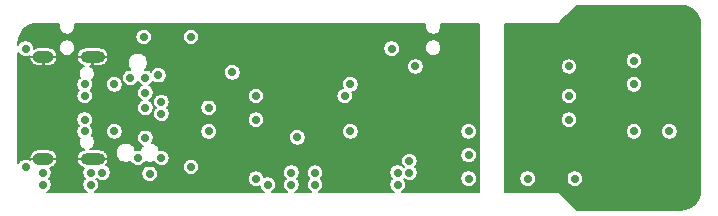
<source format=gbr>
G04 #@! TF.GenerationSoftware,KiCad,Pcbnew,(5.1.0)-1*
G04 #@! TF.CreationDate,2020-02-07T04:27:50-08:00*
G04 #@! TF.ProjectId,design,64657369-676e-42e6-9b69-6361645f7063,rev?*
G04 #@! TF.SameCoordinates,Original*
G04 #@! TF.FileFunction,Copper,L2,Inr*
G04 #@! TF.FilePolarity,Positive*
%FSLAX46Y46*%
G04 Gerber Fmt 4.6, Leading zero omitted, Abs format (unit mm)*
G04 Created by KiCad (PCBNEW (5.1.0)-1) date 2020-02-07 04:27:50*
%MOMM*%
%LPD*%
G04 APERTURE LIST*
%ADD10O,1.800000X1.000000*%
%ADD11O,2.100000X1.000000*%
%ADD12C,0.700000*%
%ADD13C,0.200000*%
G04 APERTURE END LIST*
D10*
X148000000Y-51680000D03*
X148000000Y-60320000D03*
D11*
X152180000Y-51680000D03*
X152180000Y-60320000D03*
D12*
X179500000Y-59500000D03*
X166000000Y-54000000D03*
X162000000Y-57000000D03*
X166000000Y-56000000D03*
X173500000Y-57000000D03*
X155365000Y-58540000D03*
X155365000Y-56000000D03*
X155000000Y-61500000D03*
X162000000Y-58000000D03*
X179500000Y-52500000D03*
X166000000Y-55000000D03*
X166000000Y-57000000D03*
X164000000Y-53000000D03*
X162000000Y-56000000D03*
X173500000Y-55000000D03*
X155365000Y-53460000D03*
X148000000Y-61500000D03*
X153000000Y-61500000D03*
X179000000Y-61500000D03*
X157000000Y-61590000D03*
X146500000Y-51000000D03*
X146500000Y-61000000D03*
X192500000Y-59500000D03*
X198000000Y-56000000D03*
X198000000Y-58000000D03*
X151499916Y-58000000D03*
X151500000Y-54000000D03*
X169000000Y-61500000D03*
X189000000Y-62000000D03*
X156635000Y-56000000D03*
X169500000Y-58500000D03*
X171000000Y-61500000D03*
X166000000Y-62000000D03*
X167000000Y-62500000D03*
X152000000Y-62500000D03*
X169000000Y-62500000D03*
X152000000Y-61500000D03*
X156500000Y-50000000D03*
X158000000Y-60250000D03*
X156635000Y-53460000D03*
X151500000Y-57000000D03*
X158000000Y-56500000D03*
X151500000Y-55000000D03*
X158000000Y-55500000D03*
X184000000Y-58000000D03*
X171000000Y-62500000D03*
X148000000Y-62500000D03*
X184000000Y-60000000D03*
X156635000Y-54730000D03*
X156000000Y-60250000D03*
X157731525Y-53231525D03*
X192500000Y-55000000D03*
X198000000Y-54000000D03*
X174000000Y-58000000D03*
X179000000Y-60500000D03*
X160500000Y-50000000D03*
X192500000Y-52500000D03*
X193000000Y-62000000D03*
X201000000Y-58000000D03*
X184000000Y-62000000D03*
X154000000Y-58000000D03*
X154000000Y-54000000D03*
X156635000Y-58540000D03*
X192500000Y-57000000D03*
X198000000Y-52000000D03*
X174000000Y-54000000D03*
X178000000Y-61500000D03*
X178000000Y-62500000D03*
X160500000Y-61000000D03*
X177500000Y-51000000D03*
D13*
G36*
X149323055Y-48894651D02*
G01*
X149296000Y-49030662D01*
X149296000Y-49169338D01*
X149323055Y-49305349D01*
X149376124Y-49433469D01*
X149453168Y-49548774D01*
X149551226Y-49646832D01*
X149666531Y-49723876D01*
X149794651Y-49776945D01*
X149930662Y-49804000D01*
X150069338Y-49804000D01*
X150205349Y-49776945D01*
X150333469Y-49723876D01*
X150448774Y-49646832D01*
X150546832Y-49548774D01*
X150623876Y-49433469D01*
X150676945Y-49305349D01*
X150704000Y-49169338D01*
X150704000Y-49030662D01*
X150676945Y-48894651D01*
X150670462Y-48879000D01*
X180329538Y-48879000D01*
X180323055Y-48894651D01*
X180296000Y-49030662D01*
X180296000Y-49169338D01*
X180323055Y-49305349D01*
X180376124Y-49433469D01*
X180453168Y-49548774D01*
X180551226Y-49646832D01*
X180666531Y-49723876D01*
X180794651Y-49776945D01*
X180930662Y-49804000D01*
X181069338Y-49804000D01*
X181205349Y-49776945D01*
X181333469Y-49723876D01*
X181448774Y-49646832D01*
X181546832Y-49548774D01*
X181623876Y-49433469D01*
X181676945Y-49305349D01*
X181704000Y-49169338D01*
X181704000Y-49030662D01*
X181676945Y-48894651D01*
X181670462Y-48879000D01*
X184900000Y-48879000D01*
X184900000Y-63121000D01*
X178337773Y-63121000D01*
X178448774Y-63046832D01*
X178546832Y-62948774D01*
X178623876Y-62833469D01*
X178676945Y-62705349D01*
X178704000Y-62569338D01*
X178704000Y-62430662D01*
X178676945Y-62294651D01*
X178623876Y-62166531D01*
X178546832Y-62051226D01*
X178495606Y-62000000D01*
X178500000Y-61995606D01*
X178551226Y-62046832D01*
X178666531Y-62123876D01*
X178794651Y-62176945D01*
X178930662Y-62204000D01*
X179069338Y-62204000D01*
X179205349Y-62176945D01*
X179333469Y-62123876D01*
X179448774Y-62046832D01*
X179546832Y-61948774D01*
X179558933Y-61930662D01*
X183296000Y-61930662D01*
X183296000Y-62069338D01*
X183323055Y-62205349D01*
X183376124Y-62333469D01*
X183453168Y-62448774D01*
X183551226Y-62546832D01*
X183666531Y-62623876D01*
X183794651Y-62676945D01*
X183930662Y-62704000D01*
X184069338Y-62704000D01*
X184205349Y-62676945D01*
X184333469Y-62623876D01*
X184448774Y-62546832D01*
X184546832Y-62448774D01*
X184623876Y-62333469D01*
X184676945Y-62205349D01*
X184704000Y-62069338D01*
X184704000Y-61930662D01*
X184676945Y-61794651D01*
X184623876Y-61666531D01*
X184546832Y-61551226D01*
X184448774Y-61453168D01*
X184333469Y-61376124D01*
X184205349Y-61323055D01*
X184069338Y-61296000D01*
X183930662Y-61296000D01*
X183794651Y-61323055D01*
X183666531Y-61376124D01*
X183551226Y-61453168D01*
X183453168Y-61551226D01*
X183376124Y-61666531D01*
X183323055Y-61794651D01*
X183296000Y-61930662D01*
X179558933Y-61930662D01*
X179623876Y-61833469D01*
X179676945Y-61705349D01*
X179704000Y-61569338D01*
X179704000Y-61430662D01*
X179676945Y-61294651D01*
X179623876Y-61166531D01*
X179546832Y-61051226D01*
X179495606Y-61000000D01*
X179546832Y-60948774D01*
X179623876Y-60833469D01*
X179676945Y-60705349D01*
X179704000Y-60569338D01*
X179704000Y-60430662D01*
X179676945Y-60294651D01*
X179623876Y-60166531D01*
X179546832Y-60051226D01*
X179448774Y-59953168D01*
X179415092Y-59930662D01*
X183296000Y-59930662D01*
X183296000Y-60069338D01*
X183323055Y-60205349D01*
X183376124Y-60333469D01*
X183453168Y-60448774D01*
X183551226Y-60546832D01*
X183666531Y-60623876D01*
X183794651Y-60676945D01*
X183930662Y-60704000D01*
X184069338Y-60704000D01*
X184205349Y-60676945D01*
X184333469Y-60623876D01*
X184448774Y-60546832D01*
X184546832Y-60448774D01*
X184623876Y-60333469D01*
X184676945Y-60205349D01*
X184704000Y-60069338D01*
X184704000Y-59930662D01*
X184676945Y-59794651D01*
X184623876Y-59666531D01*
X184546832Y-59551226D01*
X184448774Y-59453168D01*
X184333469Y-59376124D01*
X184205349Y-59323055D01*
X184069338Y-59296000D01*
X183930662Y-59296000D01*
X183794651Y-59323055D01*
X183666531Y-59376124D01*
X183551226Y-59453168D01*
X183453168Y-59551226D01*
X183376124Y-59666531D01*
X183323055Y-59794651D01*
X183296000Y-59930662D01*
X179415092Y-59930662D01*
X179333469Y-59876124D01*
X179205349Y-59823055D01*
X179069338Y-59796000D01*
X178930662Y-59796000D01*
X178794651Y-59823055D01*
X178666531Y-59876124D01*
X178551226Y-59953168D01*
X178453168Y-60051226D01*
X178376124Y-60166531D01*
X178323055Y-60294651D01*
X178296000Y-60430662D01*
X178296000Y-60569338D01*
X178323055Y-60705349D01*
X178376124Y-60833469D01*
X178453168Y-60948774D01*
X178504394Y-61000000D01*
X178500000Y-61004394D01*
X178448774Y-60953168D01*
X178333469Y-60876124D01*
X178205349Y-60823055D01*
X178069338Y-60796000D01*
X177930662Y-60796000D01*
X177794651Y-60823055D01*
X177666531Y-60876124D01*
X177551226Y-60953168D01*
X177453168Y-61051226D01*
X177376124Y-61166531D01*
X177323055Y-61294651D01*
X177296000Y-61430662D01*
X177296000Y-61569338D01*
X177323055Y-61705349D01*
X177376124Y-61833469D01*
X177453168Y-61948774D01*
X177504394Y-62000000D01*
X177453168Y-62051226D01*
X177376124Y-62166531D01*
X177323055Y-62294651D01*
X177296000Y-62430662D01*
X177296000Y-62569338D01*
X177323055Y-62705349D01*
X177376124Y-62833469D01*
X177453168Y-62948774D01*
X177551226Y-63046832D01*
X177662227Y-63121000D01*
X171337773Y-63121000D01*
X171448774Y-63046832D01*
X171546832Y-62948774D01*
X171623876Y-62833469D01*
X171676945Y-62705349D01*
X171704000Y-62569338D01*
X171704000Y-62430662D01*
X171676945Y-62294651D01*
X171623876Y-62166531D01*
X171546832Y-62051226D01*
X171495606Y-62000000D01*
X171546832Y-61948774D01*
X171623876Y-61833469D01*
X171676945Y-61705349D01*
X171704000Y-61569338D01*
X171704000Y-61430662D01*
X171676945Y-61294651D01*
X171623876Y-61166531D01*
X171546832Y-61051226D01*
X171448774Y-60953168D01*
X171333469Y-60876124D01*
X171205349Y-60823055D01*
X171069338Y-60796000D01*
X170930662Y-60796000D01*
X170794651Y-60823055D01*
X170666531Y-60876124D01*
X170551226Y-60953168D01*
X170453168Y-61051226D01*
X170376124Y-61166531D01*
X170323055Y-61294651D01*
X170296000Y-61430662D01*
X170296000Y-61569338D01*
X170323055Y-61705349D01*
X170376124Y-61833469D01*
X170453168Y-61948774D01*
X170504394Y-62000000D01*
X170453168Y-62051226D01*
X170376124Y-62166531D01*
X170323055Y-62294651D01*
X170296000Y-62430662D01*
X170296000Y-62569338D01*
X170323055Y-62705349D01*
X170376124Y-62833469D01*
X170453168Y-62948774D01*
X170551226Y-63046832D01*
X170662227Y-63121000D01*
X169337773Y-63121000D01*
X169448774Y-63046832D01*
X169546832Y-62948774D01*
X169623876Y-62833469D01*
X169676945Y-62705349D01*
X169704000Y-62569338D01*
X169704000Y-62430662D01*
X169676945Y-62294651D01*
X169623876Y-62166531D01*
X169546832Y-62051226D01*
X169495606Y-62000000D01*
X169546832Y-61948774D01*
X169623876Y-61833469D01*
X169676945Y-61705349D01*
X169704000Y-61569338D01*
X169704000Y-61430662D01*
X169676945Y-61294651D01*
X169623876Y-61166531D01*
X169546832Y-61051226D01*
X169448774Y-60953168D01*
X169333469Y-60876124D01*
X169205349Y-60823055D01*
X169069338Y-60796000D01*
X168930662Y-60796000D01*
X168794651Y-60823055D01*
X168666531Y-60876124D01*
X168551226Y-60953168D01*
X168453168Y-61051226D01*
X168376124Y-61166531D01*
X168323055Y-61294651D01*
X168296000Y-61430662D01*
X168296000Y-61569338D01*
X168323055Y-61705349D01*
X168376124Y-61833469D01*
X168453168Y-61948774D01*
X168504394Y-62000000D01*
X168453168Y-62051226D01*
X168376124Y-62166531D01*
X168323055Y-62294651D01*
X168296000Y-62430662D01*
X168296000Y-62569338D01*
X168323055Y-62705349D01*
X168376124Y-62833469D01*
X168453168Y-62948774D01*
X168551226Y-63046832D01*
X168662227Y-63121000D01*
X167337773Y-63121000D01*
X167448774Y-63046832D01*
X167546832Y-62948774D01*
X167623876Y-62833469D01*
X167676945Y-62705349D01*
X167704000Y-62569338D01*
X167704000Y-62430662D01*
X167676945Y-62294651D01*
X167623876Y-62166531D01*
X167546832Y-62051226D01*
X167448774Y-61953168D01*
X167333469Y-61876124D01*
X167205349Y-61823055D01*
X167069338Y-61796000D01*
X166930662Y-61796000D01*
X166794651Y-61823055D01*
X166691125Y-61865937D01*
X166676945Y-61794651D01*
X166623876Y-61666531D01*
X166546832Y-61551226D01*
X166448774Y-61453168D01*
X166333469Y-61376124D01*
X166205349Y-61323055D01*
X166069338Y-61296000D01*
X165930662Y-61296000D01*
X165794651Y-61323055D01*
X165666531Y-61376124D01*
X165551226Y-61453168D01*
X165453168Y-61551226D01*
X165376124Y-61666531D01*
X165323055Y-61794651D01*
X165296000Y-61930662D01*
X165296000Y-62069338D01*
X165323055Y-62205349D01*
X165376124Y-62333469D01*
X165453168Y-62448774D01*
X165551226Y-62546832D01*
X165666531Y-62623876D01*
X165794651Y-62676945D01*
X165930662Y-62704000D01*
X166069338Y-62704000D01*
X166205349Y-62676945D01*
X166308875Y-62634063D01*
X166323055Y-62705349D01*
X166376124Y-62833469D01*
X166453168Y-62948774D01*
X166551226Y-63046832D01*
X166662227Y-63121000D01*
X152337773Y-63121000D01*
X152448774Y-63046832D01*
X152546832Y-62948774D01*
X152623876Y-62833469D01*
X152676945Y-62705349D01*
X152704000Y-62569338D01*
X152704000Y-62430662D01*
X152676945Y-62294651D01*
X152623876Y-62166531D01*
X152546832Y-62051226D01*
X152495606Y-62000000D01*
X152500000Y-61995606D01*
X152551226Y-62046832D01*
X152666531Y-62123876D01*
X152794651Y-62176945D01*
X152930662Y-62204000D01*
X153069338Y-62204000D01*
X153205349Y-62176945D01*
X153333469Y-62123876D01*
X153448774Y-62046832D01*
X153546832Y-61948774D01*
X153623876Y-61833469D01*
X153676945Y-61705349D01*
X153704000Y-61569338D01*
X153704000Y-61520662D01*
X156296000Y-61520662D01*
X156296000Y-61659338D01*
X156323055Y-61795349D01*
X156376124Y-61923469D01*
X156453168Y-62038774D01*
X156551226Y-62136832D01*
X156666531Y-62213876D01*
X156794651Y-62266945D01*
X156930662Y-62294000D01*
X157069338Y-62294000D01*
X157205349Y-62266945D01*
X157333469Y-62213876D01*
X157448774Y-62136832D01*
X157546832Y-62038774D01*
X157623876Y-61923469D01*
X157676945Y-61795349D01*
X157704000Y-61659338D01*
X157704000Y-61520662D01*
X157676945Y-61384651D01*
X157623876Y-61256531D01*
X157546832Y-61141226D01*
X157448774Y-61043168D01*
X157333469Y-60966124D01*
X157205349Y-60913055D01*
X157069338Y-60886000D01*
X156930662Y-60886000D01*
X156794651Y-60913055D01*
X156666531Y-60966124D01*
X156551226Y-61043168D01*
X156453168Y-61141226D01*
X156376124Y-61256531D01*
X156323055Y-61384651D01*
X156296000Y-61520662D01*
X153704000Y-61520662D01*
X153704000Y-61430662D01*
X153676945Y-61294651D01*
X153623876Y-61166531D01*
X153546832Y-61051226D01*
X153448774Y-60953168D01*
X153333469Y-60876124D01*
X153313487Y-60867847D01*
X153409065Y-60743670D01*
X153478671Y-60603050D01*
X153515854Y-60469779D01*
X153454569Y-60345000D01*
X152205000Y-60345000D01*
X152205000Y-60365000D01*
X152155000Y-60365000D01*
X152155000Y-60345000D01*
X150905431Y-60345000D01*
X150844146Y-60469779D01*
X150881329Y-60603050D01*
X150950935Y-60743670D01*
X151046637Y-60868008D01*
X151164757Y-60971287D01*
X151300756Y-61049537D01*
X151426023Y-61091852D01*
X151376124Y-61166531D01*
X151323055Y-61294651D01*
X151296000Y-61430662D01*
X151296000Y-61569338D01*
X151323055Y-61705349D01*
X151376124Y-61833469D01*
X151453168Y-61948774D01*
X151504394Y-62000000D01*
X151453168Y-62051226D01*
X151376124Y-62166531D01*
X151323055Y-62294651D01*
X151296000Y-62430662D01*
X151296000Y-62569338D01*
X151323055Y-62705349D01*
X151376124Y-62833469D01*
X151453168Y-62948774D01*
X151551226Y-63046832D01*
X151662227Y-63121000D01*
X148337773Y-63121000D01*
X148448774Y-63046832D01*
X148546832Y-62948774D01*
X148623876Y-62833469D01*
X148676945Y-62705349D01*
X148704000Y-62569338D01*
X148704000Y-62430662D01*
X148676945Y-62294651D01*
X148623876Y-62166531D01*
X148546832Y-62051226D01*
X148495606Y-62000000D01*
X148546832Y-61948774D01*
X148623876Y-61833469D01*
X148676945Y-61705349D01*
X148704000Y-61569338D01*
X148704000Y-61430662D01*
X148676945Y-61294651D01*
X148623876Y-61166531D01*
X148579362Y-61099911D01*
X148580592Y-61099751D01*
X148729244Y-61049537D01*
X148865243Y-60971287D01*
X148983363Y-60868008D01*
X149079065Y-60743670D01*
X149148671Y-60603050D01*
X149185854Y-60469779D01*
X149124569Y-60345000D01*
X148025000Y-60345000D01*
X148025000Y-60365000D01*
X147975000Y-60365000D01*
X147975000Y-60345000D01*
X146875431Y-60345000D01*
X146853553Y-60389544D01*
X146833469Y-60376124D01*
X146705349Y-60323055D01*
X146569338Y-60296000D01*
X146430662Y-60296000D01*
X146294651Y-60323055D01*
X146166531Y-60376124D01*
X146051226Y-60453168D01*
X145953168Y-60551226D01*
X145879000Y-60662227D01*
X145879000Y-60170221D01*
X146814146Y-60170221D01*
X146875431Y-60295000D01*
X147975000Y-60295000D01*
X147975000Y-60275000D01*
X148025000Y-60275000D01*
X148025000Y-60295000D01*
X149124569Y-60295000D01*
X149185854Y-60170221D01*
X149148671Y-60036950D01*
X149079065Y-59896330D01*
X148983363Y-59771992D01*
X148865243Y-59668713D01*
X148729244Y-59590463D01*
X148580592Y-59540249D01*
X148425000Y-59520000D01*
X147575000Y-59520000D01*
X147419408Y-59540249D01*
X147270756Y-59590463D01*
X147134757Y-59668713D01*
X147016637Y-59771992D01*
X146920935Y-59896330D01*
X146851329Y-60036950D01*
X146814146Y-60170221D01*
X145879000Y-60170221D01*
X145879000Y-57930662D01*
X150795916Y-57930662D01*
X150795916Y-58069338D01*
X150822971Y-58205349D01*
X150876040Y-58333469D01*
X150953084Y-58448774D01*
X151051142Y-58546832D01*
X151082366Y-58567695D01*
X151049651Y-58628901D01*
X151010825Y-58756893D01*
X150997715Y-58890000D01*
X151010825Y-59023107D01*
X151049651Y-59151099D01*
X151112701Y-59269057D01*
X151197552Y-59372448D01*
X151300943Y-59457299D01*
X151418901Y-59520349D01*
X151473966Y-59537053D01*
X151449408Y-59540249D01*
X151300756Y-59590463D01*
X151164757Y-59668713D01*
X151046637Y-59771992D01*
X150950935Y-59896330D01*
X150881329Y-60036950D01*
X150844146Y-60170221D01*
X150905431Y-60295000D01*
X152155000Y-60295000D01*
X152155000Y-60275000D01*
X152205000Y-60275000D01*
X152205000Y-60295000D01*
X153454569Y-60295000D01*
X153515854Y-60170221D01*
X153478671Y-60036950D01*
X153409065Y-59896330D01*
X153313363Y-59771992D01*
X153261164Y-59726351D01*
X154134700Y-59726351D01*
X154134700Y-59893649D01*
X154167339Y-60057732D01*
X154231360Y-60212294D01*
X154324306Y-60351397D01*
X154442603Y-60469694D01*
X154581706Y-60562640D01*
X154736268Y-60626661D01*
X154900351Y-60659300D01*
X155067649Y-60659300D01*
X155231732Y-60626661D01*
X155370249Y-60569286D01*
X155376124Y-60583469D01*
X155453168Y-60698774D01*
X155551226Y-60796832D01*
X155666531Y-60873876D01*
X155794651Y-60926945D01*
X155930662Y-60954000D01*
X156069338Y-60954000D01*
X156205349Y-60926945D01*
X156333469Y-60873876D01*
X156448774Y-60796832D01*
X156546832Y-60698774D01*
X156623876Y-60583469D01*
X156629751Y-60569286D01*
X156768268Y-60626661D01*
X156932351Y-60659300D01*
X157099649Y-60659300D01*
X157263732Y-60626661D01*
X157374935Y-60580600D01*
X157376124Y-60583469D01*
X157453168Y-60698774D01*
X157551226Y-60796832D01*
X157666531Y-60873876D01*
X157794651Y-60926945D01*
X157930662Y-60954000D01*
X158069338Y-60954000D01*
X158186662Y-60930662D01*
X159796000Y-60930662D01*
X159796000Y-61069338D01*
X159823055Y-61205349D01*
X159876124Y-61333469D01*
X159953168Y-61448774D01*
X160051226Y-61546832D01*
X160166531Y-61623876D01*
X160294651Y-61676945D01*
X160430662Y-61704000D01*
X160569338Y-61704000D01*
X160705349Y-61676945D01*
X160833469Y-61623876D01*
X160948774Y-61546832D01*
X161046832Y-61448774D01*
X161123876Y-61333469D01*
X161176945Y-61205349D01*
X161204000Y-61069338D01*
X161204000Y-60930662D01*
X161176945Y-60794651D01*
X161123876Y-60666531D01*
X161046832Y-60551226D01*
X160948774Y-60453168D01*
X160833469Y-60376124D01*
X160705349Y-60323055D01*
X160569338Y-60296000D01*
X160430662Y-60296000D01*
X160294651Y-60323055D01*
X160166531Y-60376124D01*
X160051226Y-60453168D01*
X159953168Y-60551226D01*
X159876124Y-60666531D01*
X159823055Y-60794651D01*
X159796000Y-60930662D01*
X158186662Y-60930662D01*
X158205349Y-60926945D01*
X158333469Y-60873876D01*
X158448774Y-60796832D01*
X158546832Y-60698774D01*
X158623876Y-60583469D01*
X158676945Y-60455349D01*
X158704000Y-60319338D01*
X158704000Y-60180662D01*
X158676945Y-60044651D01*
X158623876Y-59916531D01*
X158546832Y-59801226D01*
X158448774Y-59703168D01*
X158333469Y-59626124D01*
X158205349Y-59573055D01*
X158069338Y-59546000D01*
X157930662Y-59546000D01*
X157833278Y-59565371D01*
X157832661Y-59562268D01*
X157768640Y-59407706D01*
X157675694Y-59268603D01*
X157557397Y-59150306D01*
X157418294Y-59057360D01*
X157263732Y-58993339D01*
X157188748Y-58978423D01*
X157258876Y-58873469D01*
X157311945Y-58745349D01*
X157339000Y-58609338D01*
X157339000Y-58470662D01*
X157311945Y-58334651D01*
X157258876Y-58206531D01*
X157181832Y-58091226D01*
X157083774Y-57993168D01*
X156990227Y-57930662D01*
X161296000Y-57930662D01*
X161296000Y-58069338D01*
X161323055Y-58205349D01*
X161376124Y-58333469D01*
X161453168Y-58448774D01*
X161551226Y-58546832D01*
X161666531Y-58623876D01*
X161794651Y-58676945D01*
X161930662Y-58704000D01*
X162069338Y-58704000D01*
X162205349Y-58676945D01*
X162333469Y-58623876D01*
X162448774Y-58546832D01*
X162546832Y-58448774D01*
X162558933Y-58430662D01*
X168796000Y-58430662D01*
X168796000Y-58569338D01*
X168823055Y-58705349D01*
X168876124Y-58833469D01*
X168953168Y-58948774D01*
X169051226Y-59046832D01*
X169166531Y-59123876D01*
X169294651Y-59176945D01*
X169430662Y-59204000D01*
X169569338Y-59204000D01*
X169705349Y-59176945D01*
X169833469Y-59123876D01*
X169948774Y-59046832D01*
X170046832Y-58948774D01*
X170123876Y-58833469D01*
X170176945Y-58705349D01*
X170204000Y-58569338D01*
X170204000Y-58430662D01*
X170176945Y-58294651D01*
X170123876Y-58166531D01*
X170046832Y-58051226D01*
X169948774Y-57953168D01*
X169915092Y-57930662D01*
X173296000Y-57930662D01*
X173296000Y-58069338D01*
X173323055Y-58205349D01*
X173376124Y-58333469D01*
X173453168Y-58448774D01*
X173551226Y-58546832D01*
X173666531Y-58623876D01*
X173794651Y-58676945D01*
X173930662Y-58704000D01*
X174069338Y-58704000D01*
X174205349Y-58676945D01*
X174333469Y-58623876D01*
X174448774Y-58546832D01*
X174546832Y-58448774D01*
X174623876Y-58333469D01*
X174676945Y-58205349D01*
X174704000Y-58069338D01*
X174704000Y-57930662D01*
X183296000Y-57930662D01*
X183296000Y-58069338D01*
X183323055Y-58205349D01*
X183376124Y-58333469D01*
X183453168Y-58448774D01*
X183551226Y-58546832D01*
X183666531Y-58623876D01*
X183794651Y-58676945D01*
X183930662Y-58704000D01*
X184069338Y-58704000D01*
X184205349Y-58676945D01*
X184333469Y-58623876D01*
X184448774Y-58546832D01*
X184546832Y-58448774D01*
X184623876Y-58333469D01*
X184676945Y-58205349D01*
X184704000Y-58069338D01*
X184704000Y-57930662D01*
X184676945Y-57794651D01*
X184623876Y-57666531D01*
X184546832Y-57551226D01*
X184448774Y-57453168D01*
X184333469Y-57376124D01*
X184205349Y-57323055D01*
X184069338Y-57296000D01*
X183930662Y-57296000D01*
X183794651Y-57323055D01*
X183666531Y-57376124D01*
X183551226Y-57453168D01*
X183453168Y-57551226D01*
X183376124Y-57666531D01*
X183323055Y-57794651D01*
X183296000Y-57930662D01*
X174704000Y-57930662D01*
X174676945Y-57794651D01*
X174623876Y-57666531D01*
X174546832Y-57551226D01*
X174448774Y-57453168D01*
X174333469Y-57376124D01*
X174205349Y-57323055D01*
X174069338Y-57296000D01*
X173930662Y-57296000D01*
X173794651Y-57323055D01*
X173666531Y-57376124D01*
X173551226Y-57453168D01*
X173453168Y-57551226D01*
X173376124Y-57666531D01*
X173323055Y-57794651D01*
X173296000Y-57930662D01*
X169915092Y-57930662D01*
X169833469Y-57876124D01*
X169705349Y-57823055D01*
X169569338Y-57796000D01*
X169430662Y-57796000D01*
X169294651Y-57823055D01*
X169166531Y-57876124D01*
X169051226Y-57953168D01*
X168953168Y-58051226D01*
X168876124Y-58166531D01*
X168823055Y-58294651D01*
X168796000Y-58430662D01*
X162558933Y-58430662D01*
X162623876Y-58333469D01*
X162676945Y-58205349D01*
X162704000Y-58069338D01*
X162704000Y-57930662D01*
X162676945Y-57794651D01*
X162623876Y-57666531D01*
X162546832Y-57551226D01*
X162448774Y-57453168D01*
X162333469Y-57376124D01*
X162205349Y-57323055D01*
X162069338Y-57296000D01*
X161930662Y-57296000D01*
X161794651Y-57323055D01*
X161666531Y-57376124D01*
X161551226Y-57453168D01*
X161453168Y-57551226D01*
X161376124Y-57666531D01*
X161323055Y-57794651D01*
X161296000Y-57930662D01*
X156990227Y-57930662D01*
X156968469Y-57916124D01*
X156840349Y-57863055D01*
X156704338Y-57836000D01*
X156565662Y-57836000D01*
X156429651Y-57863055D01*
X156301531Y-57916124D01*
X156186226Y-57993168D01*
X156088168Y-58091226D01*
X156011124Y-58206531D01*
X155958055Y-58334651D01*
X155931000Y-58470662D01*
X155931000Y-58609338D01*
X155958055Y-58745349D01*
X156011124Y-58873469D01*
X156088168Y-58988774D01*
X156186226Y-59086832D01*
X156301531Y-59163876D01*
X156414316Y-59210593D01*
X156356306Y-59268603D01*
X156263360Y-59407706D01*
X156199339Y-59562268D01*
X156197504Y-59571494D01*
X156069338Y-59546000D01*
X155930662Y-59546000D01*
X155802496Y-59571494D01*
X155800661Y-59562268D01*
X155736640Y-59407706D01*
X155643694Y-59268603D01*
X155525397Y-59150306D01*
X155386294Y-59057360D01*
X155231732Y-58993339D01*
X155067649Y-58960700D01*
X154900351Y-58960700D01*
X154736268Y-58993339D01*
X154581706Y-59057360D01*
X154442603Y-59150306D01*
X154324306Y-59268603D01*
X154231360Y-59407706D01*
X154167339Y-59562268D01*
X154134700Y-59726351D01*
X153261164Y-59726351D01*
X153195243Y-59668713D01*
X153059244Y-59590463D01*
X152910592Y-59540249D01*
X152755000Y-59520000D01*
X151941752Y-59520000D01*
X152059057Y-59457299D01*
X152162448Y-59372448D01*
X152247299Y-59269057D01*
X152310349Y-59151099D01*
X152349175Y-59023107D01*
X152362285Y-58890000D01*
X152349175Y-58756893D01*
X152310349Y-58628901D01*
X152247299Y-58510943D01*
X152162448Y-58407552D01*
X152105513Y-58360826D01*
X152123792Y-58333469D01*
X152176861Y-58205349D01*
X152203916Y-58069338D01*
X152203916Y-57930662D01*
X153296000Y-57930662D01*
X153296000Y-58069338D01*
X153323055Y-58205349D01*
X153376124Y-58333469D01*
X153453168Y-58448774D01*
X153551226Y-58546832D01*
X153666531Y-58623876D01*
X153794651Y-58676945D01*
X153930662Y-58704000D01*
X154069338Y-58704000D01*
X154205349Y-58676945D01*
X154333469Y-58623876D01*
X154448774Y-58546832D01*
X154546832Y-58448774D01*
X154623876Y-58333469D01*
X154676945Y-58205349D01*
X154704000Y-58069338D01*
X154704000Y-57930662D01*
X154676945Y-57794651D01*
X154623876Y-57666531D01*
X154546832Y-57551226D01*
X154448774Y-57453168D01*
X154333469Y-57376124D01*
X154205349Y-57323055D01*
X154069338Y-57296000D01*
X153930662Y-57296000D01*
X153794651Y-57323055D01*
X153666531Y-57376124D01*
X153551226Y-57453168D01*
X153453168Y-57551226D01*
X153376124Y-57666531D01*
X153323055Y-57794651D01*
X153296000Y-57930662D01*
X152203916Y-57930662D01*
X152176861Y-57794651D01*
X152123792Y-57666531D01*
X152046748Y-57551226D01*
X151995564Y-57500042D01*
X152046832Y-57448774D01*
X152123876Y-57333469D01*
X152176945Y-57205349D01*
X152204000Y-57069338D01*
X152204000Y-56930662D01*
X152176945Y-56794651D01*
X152123876Y-56666531D01*
X152046832Y-56551226D01*
X151948774Y-56453168D01*
X151833469Y-56376124D01*
X151705349Y-56323055D01*
X151569338Y-56296000D01*
X151430662Y-56296000D01*
X151294651Y-56323055D01*
X151166531Y-56376124D01*
X151051226Y-56453168D01*
X150953168Y-56551226D01*
X150876124Y-56666531D01*
X150823055Y-56794651D01*
X150796000Y-56930662D01*
X150796000Y-57069338D01*
X150823055Y-57205349D01*
X150876124Y-57333469D01*
X150953168Y-57448774D01*
X151004352Y-57499958D01*
X150953084Y-57551226D01*
X150876040Y-57666531D01*
X150822971Y-57794651D01*
X150795916Y-57930662D01*
X145879000Y-57930662D01*
X145879000Y-53930662D01*
X150796000Y-53930662D01*
X150796000Y-54069338D01*
X150823055Y-54205349D01*
X150876124Y-54333469D01*
X150953168Y-54448774D01*
X151004394Y-54500000D01*
X150953168Y-54551226D01*
X150876124Y-54666531D01*
X150823055Y-54794651D01*
X150796000Y-54930662D01*
X150796000Y-55069338D01*
X150823055Y-55205349D01*
X150876124Y-55333469D01*
X150953168Y-55448774D01*
X151051226Y-55546832D01*
X151166531Y-55623876D01*
X151294651Y-55676945D01*
X151430662Y-55704000D01*
X151569338Y-55704000D01*
X151705349Y-55676945D01*
X151833469Y-55623876D01*
X151948774Y-55546832D01*
X152046832Y-55448774D01*
X152123876Y-55333469D01*
X152176945Y-55205349D01*
X152204000Y-55069338D01*
X152204000Y-54930662D01*
X152176945Y-54794651D01*
X152123876Y-54666531D01*
X152046832Y-54551226D01*
X151995606Y-54500000D01*
X152046832Y-54448774D01*
X152123876Y-54333469D01*
X152176945Y-54205349D01*
X152204000Y-54069338D01*
X152204000Y-53930662D01*
X153296000Y-53930662D01*
X153296000Y-54069338D01*
X153323055Y-54205349D01*
X153376124Y-54333469D01*
X153453168Y-54448774D01*
X153551226Y-54546832D01*
X153666531Y-54623876D01*
X153794651Y-54676945D01*
X153930662Y-54704000D01*
X154069338Y-54704000D01*
X154205349Y-54676945D01*
X154333469Y-54623876D01*
X154448774Y-54546832D01*
X154546832Y-54448774D01*
X154623876Y-54333469D01*
X154676945Y-54205349D01*
X154704000Y-54069338D01*
X154704000Y-53930662D01*
X154676945Y-53794651D01*
X154623876Y-53666531D01*
X154546832Y-53551226D01*
X154448774Y-53453168D01*
X154355227Y-53390662D01*
X154661000Y-53390662D01*
X154661000Y-53529338D01*
X154688055Y-53665349D01*
X154741124Y-53793469D01*
X154818168Y-53908774D01*
X154916226Y-54006832D01*
X155031531Y-54083876D01*
X155159651Y-54136945D01*
X155295662Y-54164000D01*
X155434338Y-54164000D01*
X155570349Y-54136945D01*
X155698469Y-54083876D01*
X155813774Y-54006832D01*
X155911832Y-53908774D01*
X155988876Y-53793469D01*
X156000000Y-53766613D01*
X156011124Y-53793469D01*
X156088168Y-53908774D01*
X156186226Y-54006832D01*
X156301531Y-54083876D01*
X156328387Y-54095000D01*
X156301531Y-54106124D01*
X156186226Y-54183168D01*
X156088168Y-54281226D01*
X156011124Y-54396531D01*
X155958055Y-54524651D01*
X155931000Y-54660662D01*
X155931000Y-54799338D01*
X155958055Y-54935349D01*
X156011124Y-55063469D01*
X156088168Y-55178774D01*
X156186226Y-55276832D01*
X156301531Y-55353876D01*
X156328387Y-55365000D01*
X156301531Y-55376124D01*
X156186226Y-55453168D01*
X156088168Y-55551226D01*
X156011124Y-55666531D01*
X155958055Y-55794651D01*
X155931000Y-55930662D01*
X155931000Y-56069338D01*
X155958055Y-56205349D01*
X156011124Y-56333469D01*
X156088168Y-56448774D01*
X156186226Y-56546832D01*
X156301531Y-56623876D01*
X156429651Y-56676945D01*
X156565662Y-56704000D01*
X156704338Y-56704000D01*
X156840349Y-56676945D01*
X156968469Y-56623876D01*
X157083774Y-56546832D01*
X157181832Y-56448774D01*
X157258876Y-56333469D01*
X157311945Y-56205349D01*
X157339000Y-56069338D01*
X157339000Y-55930662D01*
X157311945Y-55794651D01*
X157258876Y-55666531D01*
X157181832Y-55551226D01*
X157083774Y-55453168D01*
X157050092Y-55430662D01*
X157296000Y-55430662D01*
X157296000Y-55569338D01*
X157323055Y-55705349D01*
X157376124Y-55833469D01*
X157453168Y-55948774D01*
X157504394Y-56000000D01*
X157453168Y-56051226D01*
X157376124Y-56166531D01*
X157323055Y-56294651D01*
X157296000Y-56430662D01*
X157296000Y-56569338D01*
X157323055Y-56705349D01*
X157376124Y-56833469D01*
X157453168Y-56948774D01*
X157551226Y-57046832D01*
X157666531Y-57123876D01*
X157794651Y-57176945D01*
X157930662Y-57204000D01*
X158069338Y-57204000D01*
X158205349Y-57176945D01*
X158333469Y-57123876D01*
X158448774Y-57046832D01*
X158546832Y-56948774D01*
X158558933Y-56930662D01*
X165296000Y-56930662D01*
X165296000Y-57069338D01*
X165323055Y-57205349D01*
X165376124Y-57333469D01*
X165453168Y-57448774D01*
X165551226Y-57546832D01*
X165666531Y-57623876D01*
X165794651Y-57676945D01*
X165930662Y-57704000D01*
X166069338Y-57704000D01*
X166205349Y-57676945D01*
X166333469Y-57623876D01*
X166448774Y-57546832D01*
X166546832Y-57448774D01*
X166623876Y-57333469D01*
X166676945Y-57205349D01*
X166704000Y-57069338D01*
X166704000Y-56930662D01*
X166676945Y-56794651D01*
X166623876Y-56666531D01*
X166546832Y-56551226D01*
X166448774Y-56453168D01*
X166333469Y-56376124D01*
X166205349Y-56323055D01*
X166069338Y-56296000D01*
X165930662Y-56296000D01*
X165794651Y-56323055D01*
X165666531Y-56376124D01*
X165551226Y-56453168D01*
X165453168Y-56551226D01*
X165376124Y-56666531D01*
X165323055Y-56794651D01*
X165296000Y-56930662D01*
X158558933Y-56930662D01*
X158623876Y-56833469D01*
X158676945Y-56705349D01*
X158704000Y-56569338D01*
X158704000Y-56430662D01*
X158676945Y-56294651D01*
X158623876Y-56166531D01*
X158546832Y-56051226D01*
X158495606Y-56000000D01*
X158546832Y-55948774D01*
X158558933Y-55930662D01*
X161296000Y-55930662D01*
X161296000Y-56069338D01*
X161323055Y-56205349D01*
X161376124Y-56333469D01*
X161453168Y-56448774D01*
X161551226Y-56546832D01*
X161666531Y-56623876D01*
X161794651Y-56676945D01*
X161930662Y-56704000D01*
X162069338Y-56704000D01*
X162205349Y-56676945D01*
X162333469Y-56623876D01*
X162448774Y-56546832D01*
X162546832Y-56448774D01*
X162623876Y-56333469D01*
X162676945Y-56205349D01*
X162704000Y-56069338D01*
X162704000Y-55930662D01*
X162676945Y-55794651D01*
X162623876Y-55666531D01*
X162546832Y-55551226D01*
X162448774Y-55453168D01*
X162333469Y-55376124D01*
X162205349Y-55323055D01*
X162069338Y-55296000D01*
X161930662Y-55296000D01*
X161794651Y-55323055D01*
X161666531Y-55376124D01*
X161551226Y-55453168D01*
X161453168Y-55551226D01*
X161376124Y-55666531D01*
X161323055Y-55794651D01*
X161296000Y-55930662D01*
X158558933Y-55930662D01*
X158623876Y-55833469D01*
X158676945Y-55705349D01*
X158704000Y-55569338D01*
X158704000Y-55430662D01*
X158676945Y-55294651D01*
X158623876Y-55166531D01*
X158546832Y-55051226D01*
X158448774Y-54953168D01*
X158415092Y-54930662D01*
X165296000Y-54930662D01*
X165296000Y-55069338D01*
X165323055Y-55205349D01*
X165376124Y-55333469D01*
X165453168Y-55448774D01*
X165551226Y-55546832D01*
X165666531Y-55623876D01*
X165794651Y-55676945D01*
X165930662Y-55704000D01*
X166069338Y-55704000D01*
X166205349Y-55676945D01*
X166333469Y-55623876D01*
X166448774Y-55546832D01*
X166546832Y-55448774D01*
X166623876Y-55333469D01*
X166676945Y-55205349D01*
X166704000Y-55069338D01*
X166704000Y-54930662D01*
X172796000Y-54930662D01*
X172796000Y-55069338D01*
X172823055Y-55205349D01*
X172876124Y-55333469D01*
X172953168Y-55448774D01*
X173051226Y-55546832D01*
X173166531Y-55623876D01*
X173294651Y-55676945D01*
X173430662Y-55704000D01*
X173569338Y-55704000D01*
X173705349Y-55676945D01*
X173833469Y-55623876D01*
X173948774Y-55546832D01*
X174046832Y-55448774D01*
X174123876Y-55333469D01*
X174176945Y-55205349D01*
X174204000Y-55069338D01*
X174204000Y-54930662D01*
X174176945Y-54794651D01*
X174134063Y-54691125D01*
X174205349Y-54676945D01*
X174333469Y-54623876D01*
X174448774Y-54546832D01*
X174546832Y-54448774D01*
X174623876Y-54333469D01*
X174676945Y-54205349D01*
X174704000Y-54069338D01*
X174704000Y-53930662D01*
X174676945Y-53794651D01*
X174623876Y-53666531D01*
X174546832Y-53551226D01*
X174448774Y-53453168D01*
X174333469Y-53376124D01*
X174205349Y-53323055D01*
X174069338Y-53296000D01*
X173930662Y-53296000D01*
X173794651Y-53323055D01*
X173666531Y-53376124D01*
X173551226Y-53453168D01*
X173453168Y-53551226D01*
X173376124Y-53666531D01*
X173323055Y-53794651D01*
X173296000Y-53930662D01*
X173296000Y-54069338D01*
X173323055Y-54205349D01*
X173365937Y-54308875D01*
X173294651Y-54323055D01*
X173166531Y-54376124D01*
X173051226Y-54453168D01*
X172953168Y-54551226D01*
X172876124Y-54666531D01*
X172823055Y-54794651D01*
X172796000Y-54930662D01*
X166704000Y-54930662D01*
X166676945Y-54794651D01*
X166623876Y-54666531D01*
X166546832Y-54551226D01*
X166448774Y-54453168D01*
X166333469Y-54376124D01*
X166205349Y-54323055D01*
X166069338Y-54296000D01*
X165930662Y-54296000D01*
X165794651Y-54323055D01*
X165666531Y-54376124D01*
X165551226Y-54453168D01*
X165453168Y-54551226D01*
X165376124Y-54666531D01*
X165323055Y-54794651D01*
X165296000Y-54930662D01*
X158415092Y-54930662D01*
X158333469Y-54876124D01*
X158205349Y-54823055D01*
X158069338Y-54796000D01*
X157930662Y-54796000D01*
X157794651Y-54823055D01*
X157666531Y-54876124D01*
X157551226Y-54953168D01*
X157453168Y-55051226D01*
X157376124Y-55166531D01*
X157323055Y-55294651D01*
X157296000Y-55430662D01*
X157050092Y-55430662D01*
X156968469Y-55376124D01*
X156941613Y-55365000D01*
X156968469Y-55353876D01*
X157083774Y-55276832D01*
X157181832Y-55178774D01*
X157258876Y-55063469D01*
X157311945Y-54935349D01*
X157339000Y-54799338D01*
X157339000Y-54660662D01*
X157311945Y-54524651D01*
X157258876Y-54396531D01*
X157181832Y-54281226D01*
X157083774Y-54183168D01*
X156968469Y-54106124D01*
X156941613Y-54095000D01*
X156968469Y-54083876D01*
X157083774Y-54006832D01*
X157181832Y-53908774D01*
X157258876Y-53793469D01*
X157270295Y-53765901D01*
X157282751Y-53778357D01*
X157398056Y-53855401D01*
X157526176Y-53908470D01*
X157662187Y-53935525D01*
X157800863Y-53935525D01*
X157936874Y-53908470D01*
X158064994Y-53855401D01*
X158180299Y-53778357D01*
X158278357Y-53680299D01*
X158355401Y-53564994D01*
X158408470Y-53436874D01*
X158435525Y-53300863D01*
X158435525Y-53162187D01*
X158408470Y-53026176D01*
X158368907Y-52930662D01*
X163296000Y-52930662D01*
X163296000Y-53069338D01*
X163323055Y-53205349D01*
X163376124Y-53333469D01*
X163453168Y-53448774D01*
X163551226Y-53546832D01*
X163666531Y-53623876D01*
X163794651Y-53676945D01*
X163930662Y-53704000D01*
X164069338Y-53704000D01*
X164205349Y-53676945D01*
X164333469Y-53623876D01*
X164448774Y-53546832D01*
X164546832Y-53448774D01*
X164623876Y-53333469D01*
X164676945Y-53205349D01*
X164704000Y-53069338D01*
X164704000Y-52930662D01*
X164676945Y-52794651D01*
X164623876Y-52666531D01*
X164546832Y-52551226D01*
X164448774Y-52453168D01*
X164415092Y-52430662D01*
X178796000Y-52430662D01*
X178796000Y-52569338D01*
X178823055Y-52705349D01*
X178876124Y-52833469D01*
X178953168Y-52948774D01*
X179051226Y-53046832D01*
X179166531Y-53123876D01*
X179294651Y-53176945D01*
X179430662Y-53204000D01*
X179569338Y-53204000D01*
X179705349Y-53176945D01*
X179833469Y-53123876D01*
X179948774Y-53046832D01*
X180046832Y-52948774D01*
X180123876Y-52833469D01*
X180176945Y-52705349D01*
X180204000Y-52569338D01*
X180204000Y-52430662D01*
X180176945Y-52294651D01*
X180123876Y-52166531D01*
X180046832Y-52051226D01*
X179948774Y-51953168D01*
X179833469Y-51876124D01*
X179705349Y-51823055D01*
X179569338Y-51796000D01*
X179430662Y-51796000D01*
X179294651Y-51823055D01*
X179166531Y-51876124D01*
X179051226Y-51953168D01*
X178953168Y-52051226D01*
X178876124Y-52166531D01*
X178823055Y-52294651D01*
X178796000Y-52430662D01*
X164415092Y-52430662D01*
X164333469Y-52376124D01*
X164205349Y-52323055D01*
X164069338Y-52296000D01*
X163930662Y-52296000D01*
X163794651Y-52323055D01*
X163666531Y-52376124D01*
X163551226Y-52453168D01*
X163453168Y-52551226D01*
X163376124Y-52666531D01*
X163323055Y-52794651D01*
X163296000Y-52930662D01*
X158368907Y-52930662D01*
X158355401Y-52898056D01*
X158278357Y-52782751D01*
X158180299Y-52684693D01*
X158064994Y-52607649D01*
X157936874Y-52554580D01*
X157800863Y-52527525D01*
X157662187Y-52527525D01*
X157526176Y-52554580D01*
X157398056Y-52607649D01*
X157282751Y-52684693D01*
X157184693Y-52782751D01*
X157107649Y-52898056D01*
X157096230Y-52925624D01*
X157083774Y-52913168D01*
X156968469Y-52836124D01*
X156840349Y-52783055D01*
X156704338Y-52756000D01*
X156635091Y-52756000D01*
X156659694Y-52731397D01*
X156752640Y-52592294D01*
X156816661Y-52437732D01*
X156849300Y-52273649D01*
X156849300Y-52106351D01*
X156816661Y-51942268D01*
X156752640Y-51787706D01*
X156659694Y-51648603D01*
X156541397Y-51530306D01*
X156402294Y-51437360D01*
X156247732Y-51373339D01*
X156083649Y-51340700D01*
X155916351Y-51340700D01*
X155752268Y-51373339D01*
X155597706Y-51437360D01*
X155458603Y-51530306D01*
X155340306Y-51648603D01*
X155247360Y-51787706D01*
X155183339Y-51942268D01*
X155150700Y-52106351D01*
X155150700Y-52273649D01*
X155183339Y-52437732D01*
X155247360Y-52592294D01*
X155340306Y-52731397D01*
X155364909Y-52756000D01*
X155295662Y-52756000D01*
X155159651Y-52783055D01*
X155031531Y-52836124D01*
X154916226Y-52913168D01*
X154818168Y-53011226D01*
X154741124Y-53126531D01*
X154688055Y-53254651D01*
X154661000Y-53390662D01*
X154355227Y-53390662D01*
X154333469Y-53376124D01*
X154205349Y-53323055D01*
X154069338Y-53296000D01*
X153930662Y-53296000D01*
X153794651Y-53323055D01*
X153666531Y-53376124D01*
X153551226Y-53453168D01*
X153453168Y-53551226D01*
X153376124Y-53666531D01*
X153323055Y-53794651D01*
X153296000Y-53930662D01*
X152204000Y-53930662D01*
X152176945Y-53794651D01*
X152123876Y-53666531D01*
X152105567Y-53639129D01*
X152162448Y-53592448D01*
X152247299Y-53489057D01*
X152310349Y-53371099D01*
X152349175Y-53243107D01*
X152362285Y-53110000D01*
X152349175Y-52976893D01*
X152310349Y-52848901D01*
X152247299Y-52730943D01*
X152162448Y-52627552D01*
X152059057Y-52542701D01*
X151941752Y-52480000D01*
X152155000Y-52480000D01*
X152155000Y-51705000D01*
X152205000Y-51705000D01*
X152205000Y-52480000D01*
X152755000Y-52480000D01*
X152910592Y-52459751D01*
X153059244Y-52409537D01*
X153195243Y-52331287D01*
X153313363Y-52228008D01*
X153409065Y-52103670D01*
X153478671Y-51963050D01*
X153515854Y-51829779D01*
X153454569Y-51705000D01*
X152205000Y-51705000D01*
X152155000Y-51705000D01*
X150905431Y-51705000D01*
X150844146Y-51829779D01*
X150881329Y-51963050D01*
X150950935Y-52103670D01*
X151046637Y-52228008D01*
X151164757Y-52331287D01*
X151300756Y-52409537D01*
X151449408Y-52459751D01*
X151473966Y-52462947D01*
X151418901Y-52479651D01*
X151300943Y-52542701D01*
X151197552Y-52627552D01*
X151112701Y-52730943D01*
X151049651Y-52848901D01*
X151010825Y-52976893D01*
X150997715Y-53110000D01*
X151010825Y-53243107D01*
X151049651Y-53371099D01*
X151082388Y-53432346D01*
X151051226Y-53453168D01*
X150953168Y-53551226D01*
X150876124Y-53666531D01*
X150823055Y-53794651D01*
X150796000Y-53930662D01*
X145879000Y-53930662D01*
X145879000Y-51829779D01*
X146814146Y-51829779D01*
X146851329Y-51963050D01*
X146920935Y-52103670D01*
X147016637Y-52228008D01*
X147134757Y-52331287D01*
X147270756Y-52409537D01*
X147419408Y-52459751D01*
X147575000Y-52480000D01*
X147975000Y-52480000D01*
X147975000Y-51705000D01*
X148025000Y-51705000D01*
X148025000Y-52480000D01*
X148425000Y-52480000D01*
X148580592Y-52459751D01*
X148729244Y-52409537D01*
X148865243Y-52331287D01*
X148983363Y-52228008D01*
X149079065Y-52103670D01*
X149148671Y-51963050D01*
X149185854Y-51829779D01*
X149124569Y-51705000D01*
X148025000Y-51705000D01*
X147975000Y-51705000D01*
X146875431Y-51705000D01*
X146814146Y-51829779D01*
X145879000Y-51829779D01*
X145879000Y-51337773D01*
X145953168Y-51448774D01*
X146051226Y-51546832D01*
X146166531Y-51623876D01*
X146294651Y-51676945D01*
X146430662Y-51704000D01*
X146569338Y-51704000D01*
X146705349Y-51676945D01*
X146833469Y-51623876D01*
X146853553Y-51610456D01*
X146875431Y-51655000D01*
X147975000Y-51655000D01*
X147975000Y-51635000D01*
X148025000Y-51635000D01*
X148025000Y-51655000D01*
X149124569Y-51655000D01*
X149185854Y-51530221D01*
X149148671Y-51396950D01*
X149079065Y-51256330D01*
X148983363Y-51131992D01*
X148865243Y-51028713D01*
X148729244Y-50950463D01*
X148580592Y-50900249D01*
X148425000Y-50880000D01*
X147575000Y-50880000D01*
X147419408Y-50900249D01*
X147270756Y-50950463D01*
X147204000Y-50988873D01*
X147204000Y-50930662D01*
X147184109Y-50830662D01*
X149296000Y-50830662D01*
X149296000Y-50969338D01*
X149323055Y-51105349D01*
X149376124Y-51233469D01*
X149453168Y-51348774D01*
X149551226Y-51446832D01*
X149666531Y-51523876D01*
X149794651Y-51576945D01*
X149930662Y-51604000D01*
X150069338Y-51604000D01*
X150205349Y-51576945D01*
X150318150Y-51530221D01*
X150844146Y-51530221D01*
X150905431Y-51655000D01*
X152155000Y-51655000D01*
X152155000Y-51635000D01*
X152205000Y-51635000D01*
X152205000Y-51655000D01*
X153454569Y-51655000D01*
X153515854Y-51530221D01*
X153478671Y-51396950D01*
X153409065Y-51256330D01*
X153313363Y-51131992D01*
X153195243Y-51028713D01*
X153059244Y-50950463D01*
X153000626Y-50930662D01*
X176796000Y-50930662D01*
X176796000Y-51069338D01*
X176823055Y-51205349D01*
X176876124Y-51333469D01*
X176953168Y-51448774D01*
X177051226Y-51546832D01*
X177166531Y-51623876D01*
X177294651Y-51676945D01*
X177430662Y-51704000D01*
X177569338Y-51704000D01*
X177705349Y-51676945D01*
X177833469Y-51623876D01*
X177948774Y-51546832D01*
X178046832Y-51448774D01*
X178123876Y-51333469D01*
X178176945Y-51205349D01*
X178204000Y-51069338D01*
X178204000Y-50930662D01*
X178184109Y-50830662D01*
X180296000Y-50830662D01*
X180296000Y-50969338D01*
X180323055Y-51105349D01*
X180376124Y-51233469D01*
X180453168Y-51348774D01*
X180551226Y-51446832D01*
X180666531Y-51523876D01*
X180794651Y-51576945D01*
X180930662Y-51604000D01*
X181069338Y-51604000D01*
X181205349Y-51576945D01*
X181333469Y-51523876D01*
X181448774Y-51446832D01*
X181546832Y-51348774D01*
X181623876Y-51233469D01*
X181676945Y-51105349D01*
X181704000Y-50969338D01*
X181704000Y-50830662D01*
X181676945Y-50694651D01*
X181623876Y-50566531D01*
X181546832Y-50451226D01*
X181448774Y-50353168D01*
X181333469Y-50276124D01*
X181205349Y-50223055D01*
X181069338Y-50196000D01*
X180930662Y-50196000D01*
X180794651Y-50223055D01*
X180666531Y-50276124D01*
X180551226Y-50353168D01*
X180453168Y-50451226D01*
X180376124Y-50566531D01*
X180323055Y-50694651D01*
X180296000Y-50830662D01*
X178184109Y-50830662D01*
X178176945Y-50794651D01*
X178123876Y-50666531D01*
X178046832Y-50551226D01*
X177948774Y-50453168D01*
X177833469Y-50376124D01*
X177705349Y-50323055D01*
X177569338Y-50296000D01*
X177430662Y-50296000D01*
X177294651Y-50323055D01*
X177166531Y-50376124D01*
X177051226Y-50453168D01*
X176953168Y-50551226D01*
X176876124Y-50666531D01*
X176823055Y-50794651D01*
X176796000Y-50930662D01*
X153000626Y-50930662D01*
X152910592Y-50900249D01*
X152755000Y-50880000D01*
X151605000Y-50880000D01*
X151449408Y-50900249D01*
X151300756Y-50950463D01*
X151164757Y-51028713D01*
X151046637Y-51131992D01*
X150950935Y-51256330D01*
X150881329Y-51396950D01*
X150844146Y-51530221D01*
X150318150Y-51530221D01*
X150333469Y-51523876D01*
X150448774Y-51446832D01*
X150546832Y-51348774D01*
X150623876Y-51233469D01*
X150676945Y-51105349D01*
X150704000Y-50969338D01*
X150704000Y-50830662D01*
X150676945Y-50694651D01*
X150623876Y-50566531D01*
X150546832Y-50451226D01*
X150448774Y-50353168D01*
X150333469Y-50276124D01*
X150205349Y-50223055D01*
X150069338Y-50196000D01*
X149930662Y-50196000D01*
X149794651Y-50223055D01*
X149666531Y-50276124D01*
X149551226Y-50353168D01*
X149453168Y-50451226D01*
X149376124Y-50566531D01*
X149323055Y-50694651D01*
X149296000Y-50830662D01*
X147184109Y-50830662D01*
X147176945Y-50794651D01*
X147123876Y-50666531D01*
X147046832Y-50551226D01*
X146948774Y-50453168D01*
X146833469Y-50376124D01*
X146705349Y-50323055D01*
X146569338Y-50296000D01*
X146430662Y-50296000D01*
X146294651Y-50323055D01*
X146166531Y-50376124D01*
X146051226Y-50453168D01*
X145953168Y-50551226D01*
X145879000Y-50662227D01*
X145879000Y-50518535D01*
X145911655Y-50185499D01*
X145988594Y-49930662D01*
X155796000Y-49930662D01*
X155796000Y-50069338D01*
X155823055Y-50205349D01*
X155876124Y-50333469D01*
X155953168Y-50448774D01*
X156051226Y-50546832D01*
X156166531Y-50623876D01*
X156294651Y-50676945D01*
X156430662Y-50704000D01*
X156569338Y-50704000D01*
X156705349Y-50676945D01*
X156833469Y-50623876D01*
X156948774Y-50546832D01*
X157046832Y-50448774D01*
X157123876Y-50333469D01*
X157176945Y-50205349D01*
X157204000Y-50069338D01*
X157204000Y-49930662D01*
X159796000Y-49930662D01*
X159796000Y-50069338D01*
X159823055Y-50205349D01*
X159876124Y-50333469D01*
X159953168Y-50448774D01*
X160051226Y-50546832D01*
X160166531Y-50623876D01*
X160294651Y-50676945D01*
X160430662Y-50704000D01*
X160569338Y-50704000D01*
X160705349Y-50676945D01*
X160833469Y-50623876D01*
X160948774Y-50546832D01*
X161046832Y-50448774D01*
X161123876Y-50333469D01*
X161176945Y-50205349D01*
X161204000Y-50069338D01*
X161204000Y-49930662D01*
X161176945Y-49794651D01*
X161123876Y-49666531D01*
X161046832Y-49551226D01*
X160948774Y-49453168D01*
X160833469Y-49376124D01*
X160705349Y-49323055D01*
X160569338Y-49296000D01*
X160430662Y-49296000D01*
X160294651Y-49323055D01*
X160166531Y-49376124D01*
X160051226Y-49453168D01*
X159953168Y-49551226D01*
X159876124Y-49666531D01*
X159823055Y-49794651D01*
X159796000Y-49930662D01*
X157204000Y-49930662D01*
X157176945Y-49794651D01*
X157123876Y-49666531D01*
X157046832Y-49551226D01*
X156948774Y-49453168D01*
X156833469Y-49376124D01*
X156705349Y-49323055D01*
X156569338Y-49296000D01*
X156430662Y-49296000D01*
X156294651Y-49323055D01*
X156166531Y-49376124D01*
X156051226Y-49453168D01*
X155953168Y-49551226D01*
X155876124Y-49666531D01*
X155823055Y-49794651D01*
X155796000Y-49930662D01*
X145988594Y-49930662D01*
X146002991Y-49882978D01*
X146151350Y-49603957D01*
X146351079Y-49359066D01*
X146594564Y-49157637D01*
X146872539Y-49007337D01*
X147174419Y-48913890D01*
X147506368Y-48879000D01*
X149329538Y-48879000D01*
X149323055Y-48894651D01*
X149323055Y-48894651D01*
G37*
X149323055Y-48894651D02*
X149296000Y-49030662D01*
X149296000Y-49169338D01*
X149323055Y-49305349D01*
X149376124Y-49433469D01*
X149453168Y-49548774D01*
X149551226Y-49646832D01*
X149666531Y-49723876D01*
X149794651Y-49776945D01*
X149930662Y-49804000D01*
X150069338Y-49804000D01*
X150205349Y-49776945D01*
X150333469Y-49723876D01*
X150448774Y-49646832D01*
X150546832Y-49548774D01*
X150623876Y-49433469D01*
X150676945Y-49305349D01*
X150704000Y-49169338D01*
X150704000Y-49030662D01*
X150676945Y-48894651D01*
X150670462Y-48879000D01*
X180329538Y-48879000D01*
X180323055Y-48894651D01*
X180296000Y-49030662D01*
X180296000Y-49169338D01*
X180323055Y-49305349D01*
X180376124Y-49433469D01*
X180453168Y-49548774D01*
X180551226Y-49646832D01*
X180666531Y-49723876D01*
X180794651Y-49776945D01*
X180930662Y-49804000D01*
X181069338Y-49804000D01*
X181205349Y-49776945D01*
X181333469Y-49723876D01*
X181448774Y-49646832D01*
X181546832Y-49548774D01*
X181623876Y-49433469D01*
X181676945Y-49305349D01*
X181704000Y-49169338D01*
X181704000Y-49030662D01*
X181676945Y-48894651D01*
X181670462Y-48879000D01*
X184900000Y-48879000D01*
X184900000Y-63121000D01*
X178337773Y-63121000D01*
X178448774Y-63046832D01*
X178546832Y-62948774D01*
X178623876Y-62833469D01*
X178676945Y-62705349D01*
X178704000Y-62569338D01*
X178704000Y-62430662D01*
X178676945Y-62294651D01*
X178623876Y-62166531D01*
X178546832Y-62051226D01*
X178495606Y-62000000D01*
X178500000Y-61995606D01*
X178551226Y-62046832D01*
X178666531Y-62123876D01*
X178794651Y-62176945D01*
X178930662Y-62204000D01*
X179069338Y-62204000D01*
X179205349Y-62176945D01*
X179333469Y-62123876D01*
X179448774Y-62046832D01*
X179546832Y-61948774D01*
X179558933Y-61930662D01*
X183296000Y-61930662D01*
X183296000Y-62069338D01*
X183323055Y-62205349D01*
X183376124Y-62333469D01*
X183453168Y-62448774D01*
X183551226Y-62546832D01*
X183666531Y-62623876D01*
X183794651Y-62676945D01*
X183930662Y-62704000D01*
X184069338Y-62704000D01*
X184205349Y-62676945D01*
X184333469Y-62623876D01*
X184448774Y-62546832D01*
X184546832Y-62448774D01*
X184623876Y-62333469D01*
X184676945Y-62205349D01*
X184704000Y-62069338D01*
X184704000Y-61930662D01*
X184676945Y-61794651D01*
X184623876Y-61666531D01*
X184546832Y-61551226D01*
X184448774Y-61453168D01*
X184333469Y-61376124D01*
X184205349Y-61323055D01*
X184069338Y-61296000D01*
X183930662Y-61296000D01*
X183794651Y-61323055D01*
X183666531Y-61376124D01*
X183551226Y-61453168D01*
X183453168Y-61551226D01*
X183376124Y-61666531D01*
X183323055Y-61794651D01*
X183296000Y-61930662D01*
X179558933Y-61930662D01*
X179623876Y-61833469D01*
X179676945Y-61705349D01*
X179704000Y-61569338D01*
X179704000Y-61430662D01*
X179676945Y-61294651D01*
X179623876Y-61166531D01*
X179546832Y-61051226D01*
X179495606Y-61000000D01*
X179546832Y-60948774D01*
X179623876Y-60833469D01*
X179676945Y-60705349D01*
X179704000Y-60569338D01*
X179704000Y-60430662D01*
X179676945Y-60294651D01*
X179623876Y-60166531D01*
X179546832Y-60051226D01*
X179448774Y-59953168D01*
X179415092Y-59930662D01*
X183296000Y-59930662D01*
X183296000Y-60069338D01*
X183323055Y-60205349D01*
X183376124Y-60333469D01*
X183453168Y-60448774D01*
X183551226Y-60546832D01*
X183666531Y-60623876D01*
X183794651Y-60676945D01*
X183930662Y-60704000D01*
X184069338Y-60704000D01*
X184205349Y-60676945D01*
X184333469Y-60623876D01*
X184448774Y-60546832D01*
X184546832Y-60448774D01*
X184623876Y-60333469D01*
X184676945Y-60205349D01*
X184704000Y-60069338D01*
X184704000Y-59930662D01*
X184676945Y-59794651D01*
X184623876Y-59666531D01*
X184546832Y-59551226D01*
X184448774Y-59453168D01*
X184333469Y-59376124D01*
X184205349Y-59323055D01*
X184069338Y-59296000D01*
X183930662Y-59296000D01*
X183794651Y-59323055D01*
X183666531Y-59376124D01*
X183551226Y-59453168D01*
X183453168Y-59551226D01*
X183376124Y-59666531D01*
X183323055Y-59794651D01*
X183296000Y-59930662D01*
X179415092Y-59930662D01*
X179333469Y-59876124D01*
X179205349Y-59823055D01*
X179069338Y-59796000D01*
X178930662Y-59796000D01*
X178794651Y-59823055D01*
X178666531Y-59876124D01*
X178551226Y-59953168D01*
X178453168Y-60051226D01*
X178376124Y-60166531D01*
X178323055Y-60294651D01*
X178296000Y-60430662D01*
X178296000Y-60569338D01*
X178323055Y-60705349D01*
X178376124Y-60833469D01*
X178453168Y-60948774D01*
X178504394Y-61000000D01*
X178500000Y-61004394D01*
X178448774Y-60953168D01*
X178333469Y-60876124D01*
X178205349Y-60823055D01*
X178069338Y-60796000D01*
X177930662Y-60796000D01*
X177794651Y-60823055D01*
X177666531Y-60876124D01*
X177551226Y-60953168D01*
X177453168Y-61051226D01*
X177376124Y-61166531D01*
X177323055Y-61294651D01*
X177296000Y-61430662D01*
X177296000Y-61569338D01*
X177323055Y-61705349D01*
X177376124Y-61833469D01*
X177453168Y-61948774D01*
X177504394Y-62000000D01*
X177453168Y-62051226D01*
X177376124Y-62166531D01*
X177323055Y-62294651D01*
X177296000Y-62430662D01*
X177296000Y-62569338D01*
X177323055Y-62705349D01*
X177376124Y-62833469D01*
X177453168Y-62948774D01*
X177551226Y-63046832D01*
X177662227Y-63121000D01*
X171337773Y-63121000D01*
X171448774Y-63046832D01*
X171546832Y-62948774D01*
X171623876Y-62833469D01*
X171676945Y-62705349D01*
X171704000Y-62569338D01*
X171704000Y-62430662D01*
X171676945Y-62294651D01*
X171623876Y-62166531D01*
X171546832Y-62051226D01*
X171495606Y-62000000D01*
X171546832Y-61948774D01*
X171623876Y-61833469D01*
X171676945Y-61705349D01*
X171704000Y-61569338D01*
X171704000Y-61430662D01*
X171676945Y-61294651D01*
X171623876Y-61166531D01*
X171546832Y-61051226D01*
X171448774Y-60953168D01*
X171333469Y-60876124D01*
X171205349Y-60823055D01*
X171069338Y-60796000D01*
X170930662Y-60796000D01*
X170794651Y-60823055D01*
X170666531Y-60876124D01*
X170551226Y-60953168D01*
X170453168Y-61051226D01*
X170376124Y-61166531D01*
X170323055Y-61294651D01*
X170296000Y-61430662D01*
X170296000Y-61569338D01*
X170323055Y-61705349D01*
X170376124Y-61833469D01*
X170453168Y-61948774D01*
X170504394Y-62000000D01*
X170453168Y-62051226D01*
X170376124Y-62166531D01*
X170323055Y-62294651D01*
X170296000Y-62430662D01*
X170296000Y-62569338D01*
X170323055Y-62705349D01*
X170376124Y-62833469D01*
X170453168Y-62948774D01*
X170551226Y-63046832D01*
X170662227Y-63121000D01*
X169337773Y-63121000D01*
X169448774Y-63046832D01*
X169546832Y-62948774D01*
X169623876Y-62833469D01*
X169676945Y-62705349D01*
X169704000Y-62569338D01*
X169704000Y-62430662D01*
X169676945Y-62294651D01*
X169623876Y-62166531D01*
X169546832Y-62051226D01*
X169495606Y-62000000D01*
X169546832Y-61948774D01*
X169623876Y-61833469D01*
X169676945Y-61705349D01*
X169704000Y-61569338D01*
X169704000Y-61430662D01*
X169676945Y-61294651D01*
X169623876Y-61166531D01*
X169546832Y-61051226D01*
X169448774Y-60953168D01*
X169333469Y-60876124D01*
X169205349Y-60823055D01*
X169069338Y-60796000D01*
X168930662Y-60796000D01*
X168794651Y-60823055D01*
X168666531Y-60876124D01*
X168551226Y-60953168D01*
X168453168Y-61051226D01*
X168376124Y-61166531D01*
X168323055Y-61294651D01*
X168296000Y-61430662D01*
X168296000Y-61569338D01*
X168323055Y-61705349D01*
X168376124Y-61833469D01*
X168453168Y-61948774D01*
X168504394Y-62000000D01*
X168453168Y-62051226D01*
X168376124Y-62166531D01*
X168323055Y-62294651D01*
X168296000Y-62430662D01*
X168296000Y-62569338D01*
X168323055Y-62705349D01*
X168376124Y-62833469D01*
X168453168Y-62948774D01*
X168551226Y-63046832D01*
X168662227Y-63121000D01*
X167337773Y-63121000D01*
X167448774Y-63046832D01*
X167546832Y-62948774D01*
X167623876Y-62833469D01*
X167676945Y-62705349D01*
X167704000Y-62569338D01*
X167704000Y-62430662D01*
X167676945Y-62294651D01*
X167623876Y-62166531D01*
X167546832Y-62051226D01*
X167448774Y-61953168D01*
X167333469Y-61876124D01*
X167205349Y-61823055D01*
X167069338Y-61796000D01*
X166930662Y-61796000D01*
X166794651Y-61823055D01*
X166691125Y-61865937D01*
X166676945Y-61794651D01*
X166623876Y-61666531D01*
X166546832Y-61551226D01*
X166448774Y-61453168D01*
X166333469Y-61376124D01*
X166205349Y-61323055D01*
X166069338Y-61296000D01*
X165930662Y-61296000D01*
X165794651Y-61323055D01*
X165666531Y-61376124D01*
X165551226Y-61453168D01*
X165453168Y-61551226D01*
X165376124Y-61666531D01*
X165323055Y-61794651D01*
X165296000Y-61930662D01*
X165296000Y-62069338D01*
X165323055Y-62205349D01*
X165376124Y-62333469D01*
X165453168Y-62448774D01*
X165551226Y-62546832D01*
X165666531Y-62623876D01*
X165794651Y-62676945D01*
X165930662Y-62704000D01*
X166069338Y-62704000D01*
X166205349Y-62676945D01*
X166308875Y-62634063D01*
X166323055Y-62705349D01*
X166376124Y-62833469D01*
X166453168Y-62948774D01*
X166551226Y-63046832D01*
X166662227Y-63121000D01*
X152337773Y-63121000D01*
X152448774Y-63046832D01*
X152546832Y-62948774D01*
X152623876Y-62833469D01*
X152676945Y-62705349D01*
X152704000Y-62569338D01*
X152704000Y-62430662D01*
X152676945Y-62294651D01*
X152623876Y-62166531D01*
X152546832Y-62051226D01*
X152495606Y-62000000D01*
X152500000Y-61995606D01*
X152551226Y-62046832D01*
X152666531Y-62123876D01*
X152794651Y-62176945D01*
X152930662Y-62204000D01*
X153069338Y-62204000D01*
X153205349Y-62176945D01*
X153333469Y-62123876D01*
X153448774Y-62046832D01*
X153546832Y-61948774D01*
X153623876Y-61833469D01*
X153676945Y-61705349D01*
X153704000Y-61569338D01*
X153704000Y-61520662D01*
X156296000Y-61520662D01*
X156296000Y-61659338D01*
X156323055Y-61795349D01*
X156376124Y-61923469D01*
X156453168Y-62038774D01*
X156551226Y-62136832D01*
X156666531Y-62213876D01*
X156794651Y-62266945D01*
X156930662Y-62294000D01*
X157069338Y-62294000D01*
X157205349Y-62266945D01*
X157333469Y-62213876D01*
X157448774Y-62136832D01*
X157546832Y-62038774D01*
X157623876Y-61923469D01*
X157676945Y-61795349D01*
X157704000Y-61659338D01*
X157704000Y-61520662D01*
X157676945Y-61384651D01*
X157623876Y-61256531D01*
X157546832Y-61141226D01*
X157448774Y-61043168D01*
X157333469Y-60966124D01*
X157205349Y-60913055D01*
X157069338Y-60886000D01*
X156930662Y-60886000D01*
X156794651Y-60913055D01*
X156666531Y-60966124D01*
X156551226Y-61043168D01*
X156453168Y-61141226D01*
X156376124Y-61256531D01*
X156323055Y-61384651D01*
X156296000Y-61520662D01*
X153704000Y-61520662D01*
X153704000Y-61430662D01*
X153676945Y-61294651D01*
X153623876Y-61166531D01*
X153546832Y-61051226D01*
X153448774Y-60953168D01*
X153333469Y-60876124D01*
X153313487Y-60867847D01*
X153409065Y-60743670D01*
X153478671Y-60603050D01*
X153515854Y-60469779D01*
X153454569Y-60345000D01*
X152205000Y-60345000D01*
X152205000Y-60365000D01*
X152155000Y-60365000D01*
X152155000Y-60345000D01*
X150905431Y-60345000D01*
X150844146Y-60469779D01*
X150881329Y-60603050D01*
X150950935Y-60743670D01*
X151046637Y-60868008D01*
X151164757Y-60971287D01*
X151300756Y-61049537D01*
X151426023Y-61091852D01*
X151376124Y-61166531D01*
X151323055Y-61294651D01*
X151296000Y-61430662D01*
X151296000Y-61569338D01*
X151323055Y-61705349D01*
X151376124Y-61833469D01*
X151453168Y-61948774D01*
X151504394Y-62000000D01*
X151453168Y-62051226D01*
X151376124Y-62166531D01*
X151323055Y-62294651D01*
X151296000Y-62430662D01*
X151296000Y-62569338D01*
X151323055Y-62705349D01*
X151376124Y-62833469D01*
X151453168Y-62948774D01*
X151551226Y-63046832D01*
X151662227Y-63121000D01*
X148337773Y-63121000D01*
X148448774Y-63046832D01*
X148546832Y-62948774D01*
X148623876Y-62833469D01*
X148676945Y-62705349D01*
X148704000Y-62569338D01*
X148704000Y-62430662D01*
X148676945Y-62294651D01*
X148623876Y-62166531D01*
X148546832Y-62051226D01*
X148495606Y-62000000D01*
X148546832Y-61948774D01*
X148623876Y-61833469D01*
X148676945Y-61705349D01*
X148704000Y-61569338D01*
X148704000Y-61430662D01*
X148676945Y-61294651D01*
X148623876Y-61166531D01*
X148579362Y-61099911D01*
X148580592Y-61099751D01*
X148729244Y-61049537D01*
X148865243Y-60971287D01*
X148983363Y-60868008D01*
X149079065Y-60743670D01*
X149148671Y-60603050D01*
X149185854Y-60469779D01*
X149124569Y-60345000D01*
X148025000Y-60345000D01*
X148025000Y-60365000D01*
X147975000Y-60365000D01*
X147975000Y-60345000D01*
X146875431Y-60345000D01*
X146853553Y-60389544D01*
X146833469Y-60376124D01*
X146705349Y-60323055D01*
X146569338Y-60296000D01*
X146430662Y-60296000D01*
X146294651Y-60323055D01*
X146166531Y-60376124D01*
X146051226Y-60453168D01*
X145953168Y-60551226D01*
X145879000Y-60662227D01*
X145879000Y-60170221D01*
X146814146Y-60170221D01*
X146875431Y-60295000D01*
X147975000Y-60295000D01*
X147975000Y-60275000D01*
X148025000Y-60275000D01*
X148025000Y-60295000D01*
X149124569Y-60295000D01*
X149185854Y-60170221D01*
X149148671Y-60036950D01*
X149079065Y-59896330D01*
X148983363Y-59771992D01*
X148865243Y-59668713D01*
X148729244Y-59590463D01*
X148580592Y-59540249D01*
X148425000Y-59520000D01*
X147575000Y-59520000D01*
X147419408Y-59540249D01*
X147270756Y-59590463D01*
X147134757Y-59668713D01*
X147016637Y-59771992D01*
X146920935Y-59896330D01*
X146851329Y-60036950D01*
X146814146Y-60170221D01*
X145879000Y-60170221D01*
X145879000Y-57930662D01*
X150795916Y-57930662D01*
X150795916Y-58069338D01*
X150822971Y-58205349D01*
X150876040Y-58333469D01*
X150953084Y-58448774D01*
X151051142Y-58546832D01*
X151082366Y-58567695D01*
X151049651Y-58628901D01*
X151010825Y-58756893D01*
X150997715Y-58890000D01*
X151010825Y-59023107D01*
X151049651Y-59151099D01*
X151112701Y-59269057D01*
X151197552Y-59372448D01*
X151300943Y-59457299D01*
X151418901Y-59520349D01*
X151473966Y-59537053D01*
X151449408Y-59540249D01*
X151300756Y-59590463D01*
X151164757Y-59668713D01*
X151046637Y-59771992D01*
X150950935Y-59896330D01*
X150881329Y-60036950D01*
X150844146Y-60170221D01*
X150905431Y-60295000D01*
X152155000Y-60295000D01*
X152155000Y-60275000D01*
X152205000Y-60275000D01*
X152205000Y-60295000D01*
X153454569Y-60295000D01*
X153515854Y-60170221D01*
X153478671Y-60036950D01*
X153409065Y-59896330D01*
X153313363Y-59771992D01*
X153261164Y-59726351D01*
X154134700Y-59726351D01*
X154134700Y-59893649D01*
X154167339Y-60057732D01*
X154231360Y-60212294D01*
X154324306Y-60351397D01*
X154442603Y-60469694D01*
X154581706Y-60562640D01*
X154736268Y-60626661D01*
X154900351Y-60659300D01*
X155067649Y-60659300D01*
X155231732Y-60626661D01*
X155370249Y-60569286D01*
X155376124Y-60583469D01*
X155453168Y-60698774D01*
X155551226Y-60796832D01*
X155666531Y-60873876D01*
X155794651Y-60926945D01*
X155930662Y-60954000D01*
X156069338Y-60954000D01*
X156205349Y-60926945D01*
X156333469Y-60873876D01*
X156448774Y-60796832D01*
X156546832Y-60698774D01*
X156623876Y-60583469D01*
X156629751Y-60569286D01*
X156768268Y-60626661D01*
X156932351Y-60659300D01*
X157099649Y-60659300D01*
X157263732Y-60626661D01*
X157374935Y-60580600D01*
X157376124Y-60583469D01*
X157453168Y-60698774D01*
X157551226Y-60796832D01*
X157666531Y-60873876D01*
X157794651Y-60926945D01*
X157930662Y-60954000D01*
X158069338Y-60954000D01*
X158186662Y-60930662D01*
X159796000Y-60930662D01*
X159796000Y-61069338D01*
X159823055Y-61205349D01*
X159876124Y-61333469D01*
X159953168Y-61448774D01*
X160051226Y-61546832D01*
X160166531Y-61623876D01*
X160294651Y-61676945D01*
X160430662Y-61704000D01*
X160569338Y-61704000D01*
X160705349Y-61676945D01*
X160833469Y-61623876D01*
X160948774Y-61546832D01*
X161046832Y-61448774D01*
X161123876Y-61333469D01*
X161176945Y-61205349D01*
X161204000Y-61069338D01*
X161204000Y-60930662D01*
X161176945Y-60794651D01*
X161123876Y-60666531D01*
X161046832Y-60551226D01*
X160948774Y-60453168D01*
X160833469Y-60376124D01*
X160705349Y-60323055D01*
X160569338Y-60296000D01*
X160430662Y-60296000D01*
X160294651Y-60323055D01*
X160166531Y-60376124D01*
X160051226Y-60453168D01*
X159953168Y-60551226D01*
X159876124Y-60666531D01*
X159823055Y-60794651D01*
X159796000Y-60930662D01*
X158186662Y-60930662D01*
X158205349Y-60926945D01*
X158333469Y-60873876D01*
X158448774Y-60796832D01*
X158546832Y-60698774D01*
X158623876Y-60583469D01*
X158676945Y-60455349D01*
X158704000Y-60319338D01*
X158704000Y-60180662D01*
X158676945Y-60044651D01*
X158623876Y-59916531D01*
X158546832Y-59801226D01*
X158448774Y-59703168D01*
X158333469Y-59626124D01*
X158205349Y-59573055D01*
X158069338Y-59546000D01*
X157930662Y-59546000D01*
X157833278Y-59565371D01*
X157832661Y-59562268D01*
X157768640Y-59407706D01*
X157675694Y-59268603D01*
X157557397Y-59150306D01*
X157418294Y-59057360D01*
X157263732Y-58993339D01*
X157188748Y-58978423D01*
X157258876Y-58873469D01*
X157311945Y-58745349D01*
X157339000Y-58609338D01*
X157339000Y-58470662D01*
X157311945Y-58334651D01*
X157258876Y-58206531D01*
X157181832Y-58091226D01*
X157083774Y-57993168D01*
X156990227Y-57930662D01*
X161296000Y-57930662D01*
X161296000Y-58069338D01*
X161323055Y-58205349D01*
X161376124Y-58333469D01*
X161453168Y-58448774D01*
X161551226Y-58546832D01*
X161666531Y-58623876D01*
X161794651Y-58676945D01*
X161930662Y-58704000D01*
X162069338Y-58704000D01*
X162205349Y-58676945D01*
X162333469Y-58623876D01*
X162448774Y-58546832D01*
X162546832Y-58448774D01*
X162558933Y-58430662D01*
X168796000Y-58430662D01*
X168796000Y-58569338D01*
X168823055Y-58705349D01*
X168876124Y-58833469D01*
X168953168Y-58948774D01*
X169051226Y-59046832D01*
X169166531Y-59123876D01*
X169294651Y-59176945D01*
X169430662Y-59204000D01*
X169569338Y-59204000D01*
X169705349Y-59176945D01*
X169833469Y-59123876D01*
X169948774Y-59046832D01*
X170046832Y-58948774D01*
X170123876Y-58833469D01*
X170176945Y-58705349D01*
X170204000Y-58569338D01*
X170204000Y-58430662D01*
X170176945Y-58294651D01*
X170123876Y-58166531D01*
X170046832Y-58051226D01*
X169948774Y-57953168D01*
X169915092Y-57930662D01*
X173296000Y-57930662D01*
X173296000Y-58069338D01*
X173323055Y-58205349D01*
X173376124Y-58333469D01*
X173453168Y-58448774D01*
X173551226Y-58546832D01*
X173666531Y-58623876D01*
X173794651Y-58676945D01*
X173930662Y-58704000D01*
X174069338Y-58704000D01*
X174205349Y-58676945D01*
X174333469Y-58623876D01*
X174448774Y-58546832D01*
X174546832Y-58448774D01*
X174623876Y-58333469D01*
X174676945Y-58205349D01*
X174704000Y-58069338D01*
X174704000Y-57930662D01*
X183296000Y-57930662D01*
X183296000Y-58069338D01*
X183323055Y-58205349D01*
X183376124Y-58333469D01*
X183453168Y-58448774D01*
X183551226Y-58546832D01*
X183666531Y-58623876D01*
X183794651Y-58676945D01*
X183930662Y-58704000D01*
X184069338Y-58704000D01*
X184205349Y-58676945D01*
X184333469Y-58623876D01*
X184448774Y-58546832D01*
X184546832Y-58448774D01*
X184623876Y-58333469D01*
X184676945Y-58205349D01*
X184704000Y-58069338D01*
X184704000Y-57930662D01*
X184676945Y-57794651D01*
X184623876Y-57666531D01*
X184546832Y-57551226D01*
X184448774Y-57453168D01*
X184333469Y-57376124D01*
X184205349Y-57323055D01*
X184069338Y-57296000D01*
X183930662Y-57296000D01*
X183794651Y-57323055D01*
X183666531Y-57376124D01*
X183551226Y-57453168D01*
X183453168Y-57551226D01*
X183376124Y-57666531D01*
X183323055Y-57794651D01*
X183296000Y-57930662D01*
X174704000Y-57930662D01*
X174676945Y-57794651D01*
X174623876Y-57666531D01*
X174546832Y-57551226D01*
X174448774Y-57453168D01*
X174333469Y-57376124D01*
X174205349Y-57323055D01*
X174069338Y-57296000D01*
X173930662Y-57296000D01*
X173794651Y-57323055D01*
X173666531Y-57376124D01*
X173551226Y-57453168D01*
X173453168Y-57551226D01*
X173376124Y-57666531D01*
X173323055Y-57794651D01*
X173296000Y-57930662D01*
X169915092Y-57930662D01*
X169833469Y-57876124D01*
X169705349Y-57823055D01*
X169569338Y-57796000D01*
X169430662Y-57796000D01*
X169294651Y-57823055D01*
X169166531Y-57876124D01*
X169051226Y-57953168D01*
X168953168Y-58051226D01*
X168876124Y-58166531D01*
X168823055Y-58294651D01*
X168796000Y-58430662D01*
X162558933Y-58430662D01*
X162623876Y-58333469D01*
X162676945Y-58205349D01*
X162704000Y-58069338D01*
X162704000Y-57930662D01*
X162676945Y-57794651D01*
X162623876Y-57666531D01*
X162546832Y-57551226D01*
X162448774Y-57453168D01*
X162333469Y-57376124D01*
X162205349Y-57323055D01*
X162069338Y-57296000D01*
X161930662Y-57296000D01*
X161794651Y-57323055D01*
X161666531Y-57376124D01*
X161551226Y-57453168D01*
X161453168Y-57551226D01*
X161376124Y-57666531D01*
X161323055Y-57794651D01*
X161296000Y-57930662D01*
X156990227Y-57930662D01*
X156968469Y-57916124D01*
X156840349Y-57863055D01*
X156704338Y-57836000D01*
X156565662Y-57836000D01*
X156429651Y-57863055D01*
X156301531Y-57916124D01*
X156186226Y-57993168D01*
X156088168Y-58091226D01*
X156011124Y-58206531D01*
X155958055Y-58334651D01*
X155931000Y-58470662D01*
X155931000Y-58609338D01*
X155958055Y-58745349D01*
X156011124Y-58873469D01*
X156088168Y-58988774D01*
X156186226Y-59086832D01*
X156301531Y-59163876D01*
X156414316Y-59210593D01*
X156356306Y-59268603D01*
X156263360Y-59407706D01*
X156199339Y-59562268D01*
X156197504Y-59571494D01*
X156069338Y-59546000D01*
X155930662Y-59546000D01*
X155802496Y-59571494D01*
X155800661Y-59562268D01*
X155736640Y-59407706D01*
X155643694Y-59268603D01*
X155525397Y-59150306D01*
X155386294Y-59057360D01*
X155231732Y-58993339D01*
X155067649Y-58960700D01*
X154900351Y-58960700D01*
X154736268Y-58993339D01*
X154581706Y-59057360D01*
X154442603Y-59150306D01*
X154324306Y-59268603D01*
X154231360Y-59407706D01*
X154167339Y-59562268D01*
X154134700Y-59726351D01*
X153261164Y-59726351D01*
X153195243Y-59668713D01*
X153059244Y-59590463D01*
X152910592Y-59540249D01*
X152755000Y-59520000D01*
X151941752Y-59520000D01*
X152059057Y-59457299D01*
X152162448Y-59372448D01*
X152247299Y-59269057D01*
X152310349Y-59151099D01*
X152349175Y-59023107D01*
X152362285Y-58890000D01*
X152349175Y-58756893D01*
X152310349Y-58628901D01*
X152247299Y-58510943D01*
X152162448Y-58407552D01*
X152105513Y-58360826D01*
X152123792Y-58333469D01*
X152176861Y-58205349D01*
X152203916Y-58069338D01*
X152203916Y-57930662D01*
X153296000Y-57930662D01*
X153296000Y-58069338D01*
X153323055Y-58205349D01*
X153376124Y-58333469D01*
X153453168Y-58448774D01*
X153551226Y-58546832D01*
X153666531Y-58623876D01*
X153794651Y-58676945D01*
X153930662Y-58704000D01*
X154069338Y-58704000D01*
X154205349Y-58676945D01*
X154333469Y-58623876D01*
X154448774Y-58546832D01*
X154546832Y-58448774D01*
X154623876Y-58333469D01*
X154676945Y-58205349D01*
X154704000Y-58069338D01*
X154704000Y-57930662D01*
X154676945Y-57794651D01*
X154623876Y-57666531D01*
X154546832Y-57551226D01*
X154448774Y-57453168D01*
X154333469Y-57376124D01*
X154205349Y-57323055D01*
X154069338Y-57296000D01*
X153930662Y-57296000D01*
X153794651Y-57323055D01*
X153666531Y-57376124D01*
X153551226Y-57453168D01*
X153453168Y-57551226D01*
X153376124Y-57666531D01*
X153323055Y-57794651D01*
X153296000Y-57930662D01*
X152203916Y-57930662D01*
X152176861Y-57794651D01*
X152123792Y-57666531D01*
X152046748Y-57551226D01*
X151995564Y-57500042D01*
X152046832Y-57448774D01*
X152123876Y-57333469D01*
X152176945Y-57205349D01*
X152204000Y-57069338D01*
X152204000Y-56930662D01*
X152176945Y-56794651D01*
X152123876Y-56666531D01*
X152046832Y-56551226D01*
X151948774Y-56453168D01*
X151833469Y-56376124D01*
X151705349Y-56323055D01*
X151569338Y-56296000D01*
X151430662Y-56296000D01*
X151294651Y-56323055D01*
X151166531Y-56376124D01*
X151051226Y-56453168D01*
X150953168Y-56551226D01*
X150876124Y-56666531D01*
X150823055Y-56794651D01*
X150796000Y-56930662D01*
X150796000Y-57069338D01*
X150823055Y-57205349D01*
X150876124Y-57333469D01*
X150953168Y-57448774D01*
X151004352Y-57499958D01*
X150953084Y-57551226D01*
X150876040Y-57666531D01*
X150822971Y-57794651D01*
X150795916Y-57930662D01*
X145879000Y-57930662D01*
X145879000Y-53930662D01*
X150796000Y-53930662D01*
X150796000Y-54069338D01*
X150823055Y-54205349D01*
X150876124Y-54333469D01*
X150953168Y-54448774D01*
X151004394Y-54500000D01*
X150953168Y-54551226D01*
X150876124Y-54666531D01*
X150823055Y-54794651D01*
X150796000Y-54930662D01*
X150796000Y-55069338D01*
X150823055Y-55205349D01*
X150876124Y-55333469D01*
X150953168Y-55448774D01*
X151051226Y-55546832D01*
X151166531Y-55623876D01*
X151294651Y-55676945D01*
X151430662Y-55704000D01*
X151569338Y-55704000D01*
X151705349Y-55676945D01*
X151833469Y-55623876D01*
X151948774Y-55546832D01*
X152046832Y-55448774D01*
X152123876Y-55333469D01*
X152176945Y-55205349D01*
X152204000Y-55069338D01*
X152204000Y-54930662D01*
X152176945Y-54794651D01*
X152123876Y-54666531D01*
X152046832Y-54551226D01*
X151995606Y-54500000D01*
X152046832Y-54448774D01*
X152123876Y-54333469D01*
X152176945Y-54205349D01*
X152204000Y-54069338D01*
X152204000Y-53930662D01*
X153296000Y-53930662D01*
X153296000Y-54069338D01*
X153323055Y-54205349D01*
X153376124Y-54333469D01*
X153453168Y-54448774D01*
X153551226Y-54546832D01*
X153666531Y-54623876D01*
X153794651Y-54676945D01*
X153930662Y-54704000D01*
X154069338Y-54704000D01*
X154205349Y-54676945D01*
X154333469Y-54623876D01*
X154448774Y-54546832D01*
X154546832Y-54448774D01*
X154623876Y-54333469D01*
X154676945Y-54205349D01*
X154704000Y-54069338D01*
X154704000Y-53930662D01*
X154676945Y-53794651D01*
X154623876Y-53666531D01*
X154546832Y-53551226D01*
X154448774Y-53453168D01*
X154355227Y-53390662D01*
X154661000Y-53390662D01*
X154661000Y-53529338D01*
X154688055Y-53665349D01*
X154741124Y-53793469D01*
X154818168Y-53908774D01*
X154916226Y-54006832D01*
X155031531Y-54083876D01*
X155159651Y-54136945D01*
X155295662Y-54164000D01*
X155434338Y-54164000D01*
X155570349Y-54136945D01*
X155698469Y-54083876D01*
X155813774Y-54006832D01*
X155911832Y-53908774D01*
X155988876Y-53793469D01*
X156000000Y-53766613D01*
X156011124Y-53793469D01*
X156088168Y-53908774D01*
X156186226Y-54006832D01*
X156301531Y-54083876D01*
X156328387Y-54095000D01*
X156301531Y-54106124D01*
X156186226Y-54183168D01*
X156088168Y-54281226D01*
X156011124Y-54396531D01*
X155958055Y-54524651D01*
X155931000Y-54660662D01*
X155931000Y-54799338D01*
X155958055Y-54935349D01*
X156011124Y-55063469D01*
X156088168Y-55178774D01*
X156186226Y-55276832D01*
X156301531Y-55353876D01*
X156328387Y-55365000D01*
X156301531Y-55376124D01*
X156186226Y-55453168D01*
X156088168Y-55551226D01*
X156011124Y-55666531D01*
X155958055Y-55794651D01*
X155931000Y-55930662D01*
X155931000Y-56069338D01*
X155958055Y-56205349D01*
X156011124Y-56333469D01*
X156088168Y-56448774D01*
X156186226Y-56546832D01*
X156301531Y-56623876D01*
X156429651Y-56676945D01*
X156565662Y-56704000D01*
X156704338Y-56704000D01*
X156840349Y-56676945D01*
X156968469Y-56623876D01*
X157083774Y-56546832D01*
X157181832Y-56448774D01*
X157258876Y-56333469D01*
X157311945Y-56205349D01*
X157339000Y-56069338D01*
X157339000Y-55930662D01*
X157311945Y-55794651D01*
X157258876Y-55666531D01*
X157181832Y-55551226D01*
X157083774Y-55453168D01*
X157050092Y-55430662D01*
X157296000Y-55430662D01*
X157296000Y-55569338D01*
X157323055Y-55705349D01*
X157376124Y-55833469D01*
X157453168Y-55948774D01*
X157504394Y-56000000D01*
X157453168Y-56051226D01*
X157376124Y-56166531D01*
X157323055Y-56294651D01*
X157296000Y-56430662D01*
X157296000Y-56569338D01*
X157323055Y-56705349D01*
X157376124Y-56833469D01*
X157453168Y-56948774D01*
X157551226Y-57046832D01*
X157666531Y-57123876D01*
X157794651Y-57176945D01*
X157930662Y-57204000D01*
X158069338Y-57204000D01*
X158205349Y-57176945D01*
X158333469Y-57123876D01*
X158448774Y-57046832D01*
X158546832Y-56948774D01*
X158558933Y-56930662D01*
X165296000Y-56930662D01*
X165296000Y-57069338D01*
X165323055Y-57205349D01*
X165376124Y-57333469D01*
X165453168Y-57448774D01*
X165551226Y-57546832D01*
X165666531Y-57623876D01*
X165794651Y-57676945D01*
X165930662Y-57704000D01*
X166069338Y-57704000D01*
X166205349Y-57676945D01*
X166333469Y-57623876D01*
X166448774Y-57546832D01*
X166546832Y-57448774D01*
X166623876Y-57333469D01*
X166676945Y-57205349D01*
X166704000Y-57069338D01*
X166704000Y-56930662D01*
X166676945Y-56794651D01*
X166623876Y-56666531D01*
X166546832Y-56551226D01*
X166448774Y-56453168D01*
X166333469Y-56376124D01*
X166205349Y-56323055D01*
X166069338Y-56296000D01*
X165930662Y-56296000D01*
X165794651Y-56323055D01*
X165666531Y-56376124D01*
X165551226Y-56453168D01*
X165453168Y-56551226D01*
X165376124Y-56666531D01*
X165323055Y-56794651D01*
X165296000Y-56930662D01*
X158558933Y-56930662D01*
X158623876Y-56833469D01*
X158676945Y-56705349D01*
X158704000Y-56569338D01*
X158704000Y-56430662D01*
X158676945Y-56294651D01*
X158623876Y-56166531D01*
X158546832Y-56051226D01*
X158495606Y-56000000D01*
X158546832Y-55948774D01*
X158558933Y-55930662D01*
X161296000Y-55930662D01*
X161296000Y-56069338D01*
X161323055Y-56205349D01*
X161376124Y-56333469D01*
X161453168Y-56448774D01*
X161551226Y-56546832D01*
X161666531Y-56623876D01*
X161794651Y-56676945D01*
X161930662Y-56704000D01*
X162069338Y-56704000D01*
X162205349Y-56676945D01*
X162333469Y-56623876D01*
X162448774Y-56546832D01*
X162546832Y-56448774D01*
X162623876Y-56333469D01*
X162676945Y-56205349D01*
X162704000Y-56069338D01*
X162704000Y-55930662D01*
X162676945Y-55794651D01*
X162623876Y-55666531D01*
X162546832Y-55551226D01*
X162448774Y-55453168D01*
X162333469Y-55376124D01*
X162205349Y-55323055D01*
X162069338Y-55296000D01*
X161930662Y-55296000D01*
X161794651Y-55323055D01*
X161666531Y-55376124D01*
X161551226Y-55453168D01*
X161453168Y-55551226D01*
X161376124Y-55666531D01*
X161323055Y-55794651D01*
X161296000Y-55930662D01*
X158558933Y-55930662D01*
X158623876Y-55833469D01*
X158676945Y-55705349D01*
X158704000Y-55569338D01*
X158704000Y-55430662D01*
X158676945Y-55294651D01*
X158623876Y-55166531D01*
X158546832Y-55051226D01*
X158448774Y-54953168D01*
X158415092Y-54930662D01*
X165296000Y-54930662D01*
X165296000Y-55069338D01*
X165323055Y-55205349D01*
X165376124Y-55333469D01*
X165453168Y-55448774D01*
X165551226Y-55546832D01*
X165666531Y-55623876D01*
X165794651Y-55676945D01*
X165930662Y-55704000D01*
X166069338Y-55704000D01*
X166205349Y-55676945D01*
X166333469Y-55623876D01*
X166448774Y-55546832D01*
X166546832Y-55448774D01*
X166623876Y-55333469D01*
X166676945Y-55205349D01*
X166704000Y-55069338D01*
X166704000Y-54930662D01*
X172796000Y-54930662D01*
X172796000Y-55069338D01*
X172823055Y-55205349D01*
X172876124Y-55333469D01*
X172953168Y-55448774D01*
X173051226Y-55546832D01*
X173166531Y-55623876D01*
X173294651Y-55676945D01*
X173430662Y-55704000D01*
X173569338Y-55704000D01*
X173705349Y-55676945D01*
X173833469Y-55623876D01*
X173948774Y-55546832D01*
X174046832Y-55448774D01*
X174123876Y-55333469D01*
X174176945Y-55205349D01*
X174204000Y-55069338D01*
X174204000Y-54930662D01*
X174176945Y-54794651D01*
X174134063Y-54691125D01*
X174205349Y-54676945D01*
X174333469Y-54623876D01*
X174448774Y-54546832D01*
X174546832Y-54448774D01*
X174623876Y-54333469D01*
X174676945Y-54205349D01*
X174704000Y-54069338D01*
X174704000Y-53930662D01*
X174676945Y-53794651D01*
X174623876Y-53666531D01*
X174546832Y-53551226D01*
X174448774Y-53453168D01*
X174333469Y-53376124D01*
X174205349Y-53323055D01*
X174069338Y-53296000D01*
X173930662Y-53296000D01*
X173794651Y-53323055D01*
X173666531Y-53376124D01*
X173551226Y-53453168D01*
X173453168Y-53551226D01*
X173376124Y-53666531D01*
X173323055Y-53794651D01*
X173296000Y-53930662D01*
X173296000Y-54069338D01*
X173323055Y-54205349D01*
X173365937Y-54308875D01*
X173294651Y-54323055D01*
X173166531Y-54376124D01*
X173051226Y-54453168D01*
X172953168Y-54551226D01*
X172876124Y-54666531D01*
X172823055Y-54794651D01*
X172796000Y-54930662D01*
X166704000Y-54930662D01*
X166676945Y-54794651D01*
X166623876Y-54666531D01*
X166546832Y-54551226D01*
X166448774Y-54453168D01*
X166333469Y-54376124D01*
X166205349Y-54323055D01*
X166069338Y-54296000D01*
X165930662Y-54296000D01*
X165794651Y-54323055D01*
X165666531Y-54376124D01*
X165551226Y-54453168D01*
X165453168Y-54551226D01*
X165376124Y-54666531D01*
X165323055Y-54794651D01*
X165296000Y-54930662D01*
X158415092Y-54930662D01*
X158333469Y-54876124D01*
X158205349Y-54823055D01*
X158069338Y-54796000D01*
X157930662Y-54796000D01*
X157794651Y-54823055D01*
X157666531Y-54876124D01*
X157551226Y-54953168D01*
X157453168Y-55051226D01*
X157376124Y-55166531D01*
X157323055Y-55294651D01*
X157296000Y-55430662D01*
X157050092Y-55430662D01*
X156968469Y-55376124D01*
X156941613Y-55365000D01*
X156968469Y-55353876D01*
X157083774Y-55276832D01*
X157181832Y-55178774D01*
X157258876Y-55063469D01*
X157311945Y-54935349D01*
X157339000Y-54799338D01*
X157339000Y-54660662D01*
X157311945Y-54524651D01*
X157258876Y-54396531D01*
X157181832Y-54281226D01*
X157083774Y-54183168D01*
X156968469Y-54106124D01*
X156941613Y-54095000D01*
X156968469Y-54083876D01*
X157083774Y-54006832D01*
X157181832Y-53908774D01*
X157258876Y-53793469D01*
X157270295Y-53765901D01*
X157282751Y-53778357D01*
X157398056Y-53855401D01*
X157526176Y-53908470D01*
X157662187Y-53935525D01*
X157800863Y-53935525D01*
X157936874Y-53908470D01*
X158064994Y-53855401D01*
X158180299Y-53778357D01*
X158278357Y-53680299D01*
X158355401Y-53564994D01*
X158408470Y-53436874D01*
X158435525Y-53300863D01*
X158435525Y-53162187D01*
X158408470Y-53026176D01*
X158368907Y-52930662D01*
X163296000Y-52930662D01*
X163296000Y-53069338D01*
X163323055Y-53205349D01*
X163376124Y-53333469D01*
X163453168Y-53448774D01*
X163551226Y-53546832D01*
X163666531Y-53623876D01*
X163794651Y-53676945D01*
X163930662Y-53704000D01*
X164069338Y-53704000D01*
X164205349Y-53676945D01*
X164333469Y-53623876D01*
X164448774Y-53546832D01*
X164546832Y-53448774D01*
X164623876Y-53333469D01*
X164676945Y-53205349D01*
X164704000Y-53069338D01*
X164704000Y-52930662D01*
X164676945Y-52794651D01*
X164623876Y-52666531D01*
X164546832Y-52551226D01*
X164448774Y-52453168D01*
X164415092Y-52430662D01*
X178796000Y-52430662D01*
X178796000Y-52569338D01*
X178823055Y-52705349D01*
X178876124Y-52833469D01*
X178953168Y-52948774D01*
X179051226Y-53046832D01*
X179166531Y-53123876D01*
X179294651Y-53176945D01*
X179430662Y-53204000D01*
X179569338Y-53204000D01*
X179705349Y-53176945D01*
X179833469Y-53123876D01*
X179948774Y-53046832D01*
X180046832Y-52948774D01*
X180123876Y-52833469D01*
X180176945Y-52705349D01*
X180204000Y-52569338D01*
X180204000Y-52430662D01*
X180176945Y-52294651D01*
X180123876Y-52166531D01*
X180046832Y-52051226D01*
X179948774Y-51953168D01*
X179833469Y-51876124D01*
X179705349Y-51823055D01*
X179569338Y-51796000D01*
X179430662Y-51796000D01*
X179294651Y-51823055D01*
X179166531Y-51876124D01*
X179051226Y-51953168D01*
X178953168Y-52051226D01*
X178876124Y-52166531D01*
X178823055Y-52294651D01*
X178796000Y-52430662D01*
X164415092Y-52430662D01*
X164333469Y-52376124D01*
X164205349Y-52323055D01*
X164069338Y-52296000D01*
X163930662Y-52296000D01*
X163794651Y-52323055D01*
X163666531Y-52376124D01*
X163551226Y-52453168D01*
X163453168Y-52551226D01*
X163376124Y-52666531D01*
X163323055Y-52794651D01*
X163296000Y-52930662D01*
X158368907Y-52930662D01*
X158355401Y-52898056D01*
X158278357Y-52782751D01*
X158180299Y-52684693D01*
X158064994Y-52607649D01*
X157936874Y-52554580D01*
X157800863Y-52527525D01*
X157662187Y-52527525D01*
X157526176Y-52554580D01*
X157398056Y-52607649D01*
X157282751Y-52684693D01*
X157184693Y-52782751D01*
X157107649Y-52898056D01*
X157096230Y-52925624D01*
X157083774Y-52913168D01*
X156968469Y-52836124D01*
X156840349Y-52783055D01*
X156704338Y-52756000D01*
X156635091Y-52756000D01*
X156659694Y-52731397D01*
X156752640Y-52592294D01*
X156816661Y-52437732D01*
X156849300Y-52273649D01*
X156849300Y-52106351D01*
X156816661Y-51942268D01*
X156752640Y-51787706D01*
X156659694Y-51648603D01*
X156541397Y-51530306D01*
X156402294Y-51437360D01*
X156247732Y-51373339D01*
X156083649Y-51340700D01*
X155916351Y-51340700D01*
X155752268Y-51373339D01*
X155597706Y-51437360D01*
X155458603Y-51530306D01*
X155340306Y-51648603D01*
X155247360Y-51787706D01*
X155183339Y-51942268D01*
X155150700Y-52106351D01*
X155150700Y-52273649D01*
X155183339Y-52437732D01*
X155247360Y-52592294D01*
X155340306Y-52731397D01*
X155364909Y-52756000D01*
X155295662Y-52756000D01*
X155159651Y-52783055D01*
X155031531Y-52836124D01*
X154916226Y-52913168D01*
X154818168Y-53011226D01*
X154741124Y-53126531D01*
X154688055Y-53254651D01*
X154661000Y-53390662D01*
X154355227Y-53390662D01*
X154333469Y-53376124D01*
X154205349Y-53323055D01*
X154069338Y-53296000D01*
X153930662Y-53296000D01*
X153794651Y-53323055D01*
X153666531Y-53376124D01*
X153551226Y-53453168D01*
X153453168Y-53551226D01*
X153376124Y-53666531D01*
X153323055Y-53794651D01*
X153296000Y-53930662D01*
X152204000Y-53930662D01*
X152176945Y-53794651D01*
X152123876Y-53666531D01*
X152105567Y-53639129D01*
X152162448Y-53592448D01*
X152247299Y-53489057D01*
X152310349Y-53371099D01*
X152349175Y-53243107D01*
X152362285Y-53110000D01*
X152349175Y-52976893D01*
X152310349Y-52848901D01*
X152247299Y-52730943D01*
X152162448Y-52627552D01*
X152059057Y-52542701D01*
X151941752Y-52480000D01*
X152155000Y-52480000D01*
X152155000Y-51705000D01*
X152205000Y-51705000D01*
X152205000Y-52480000D01*
X152755000Y-52480000D01*
X152910592Y-52459751D01*
X153059244Y-52409537D01*
X153195243Y-52331287D01*
X153313363Y-52228008D01*
X153409065Y-52103670D01*
X153478671Y-51963050D01*
X153515854Y-51829779D01*
X153454569Y-51705000D01*
X152205000Y-51705000D01*
X152155000Y-51705000D01*
X150905431Y-51705000D01*
X150844146Y-51829779D01*
X150881329Y-51963050D01*
X150950935Y-52103670D01*
X151046637Y-52228008D01*
X151164757Y-52331287D01*
X151300756Y-52409537D01*
X151449408Y-52459751D01*
X151473966Y-52462947D01*
X151418901Y-52479651D01*
X151300943Y-52542701D01*
X151197552Y-52627552D01*
X151112701Y-52730943D01*
X151049651Y-52848901D01*
X151010825Y-52976893D01*
X150997715Y-53110000D01*
X151010825Y-53243107D01*
X151049651Y-53371099D01*
X151082388Y-53432346D01*
X151051226Y-53453168D01*
X150953168Y-53551226D01*
X150876124Y-53666531D01*
X150823055Y-53794651D01*
X150796000Y-53930662D01*
X145879000Y-53930662D01*
X145879000Y-51829779D01*
X146814146Y-51829779D01*
X146851329Y-51963050D01*
X146920935Y-52103670D01*
X147016637Y-52228008D01*
X147134757Y-52331287D01*
X147270756Y-52409537D01*
X147419408Y-52459751D01*
X147575000Y-52480000D01*
X147975000Y-52480000D01*
X147975000Y-51705000D01*
X148025000Y-51705000D01*
X148025000Y-52480000D01*
X148425000Y-52480000D01*
X148580592Y-52459751D01*
X148729244Y-52409537D01*
X148865243Y-52331287D01*
X148983363Y-52228008D01*
X149079065Y-52103670D01*
X149148671Y-51963050D01*
X149185854Y-51829779D01*
X149124569Y-51705000D01*
X148025000Y-51705000D01*
X147975000Y-51705000D01*
X146875431Y-51705000D01*
X146814146Y-51829779D01*
X145879000Y-51829779D01*
X145879000Y-51337773D01*
X145953168Y-51448774D01*
X146051226Y-51546832D01*
X146166531Y-51623876D01*
X146294651Y-51676945D01*
X146430662Y-51704000D01*
X146569338Y-51704000D01*
X146705349Y-51676945D01*
X146833469Y-51623876D01*
X146853553Y-51610456D01*
X146875431Y-51655000D01*
X147975000Y-51655000D01*
X147975000Y-51635000D01*
X148025000Y-51635000D01*
X148025000Y-51655000D01*
X149124569Y-51655000D01*
X149185854Y-51530221D01*
X149148671Y-51396950D01*
X149079065Y-51256330D01*
X148983363Y-51131992D01*
X148865243Y-51028713D01*
X148729244Y-50950463D01*
X148580592Y-50900249D01*
X148425000Y-50880000D01*
X147575000Y-50880000D01*
X147419408Y-50900249D01*
X147270756Y-50950463D01*
X147204000Y-50988873D01*
X147204000Y-50930662D01*
X147184109Y-50830662D01*
X149296000Y-50830662D01*
X149296000Y-50969338D01*
X149323055Y-51105349D01*
X149376124Y-51233469D01*
X149453168Y-51348774D01*
X149551226Y-51446832D01*
X149666531Y-51523876D01*
X149794651Y-51576945D01*
X149930662Y-51604000D01*
X150069338Y-51604000D01*
X150205349Y-51576945D01*
X150318150Y-51530221D01*
X150844146Y-51530221D01*
X150905431Y-51655000D01*
X152155000Y-51655000D01*
X152155000Y-51635000D01*
X152205000Y-51635000D01*
X152205000Y-51655000D01*
X153454569Y-51655000D01*
X153515854Y-51530221D01*
X153478671Y-51396950D01*
X153409065Y-51256330D01*
X153313363Y-51131992D01*
X153195243Y-51028713D01*
X153059244Y-50950463D01*
X153000626Y-50930662D01*
X176796000Y-50930662D01*
X176796000Y-51069338D01*
X176823055Y-51205349D01*
X176876124Y-51333469D01*
X176953168Y-51448774D01*
X177051226Y-51546832D01*
X177166531Y-51623876D01*
X177294651Y-51676945D01*
X177430662Y-51704000D01*
X177569338Y-51704000D01*
X177705349Y-51676945D01*
X177833469Y-51623876D01*
X177948774Y-51546832D01*
X178046832Y-51448774D01*
X178123876Y-51333469D01*
X178176945Y-51205349D01*
X178204000Y-51069338D01*
X178204000Y-50930662D01*
X178184109Y-50830662D01*
X180296000Y-50830662D01*
X180296000Y-50969338D01*
X180323055Y-51105349D01*
X180376124Y-51233469D01*
X180453168Y-51348774D01*
X180551226Y-51446832D01*
X180666531Y-51523876D01*
X180794651Y-51576945D01*
X180930662Y-51604000D01*
X181069338Y-51604000D01*
X181205349Y-51576945D01*
X181333469Y-51523876D01*
X181448774Y-51446832D01*
X181546832Y-51348774D01*
X181623876Y-51233469D01*
X181676945Y-51105349D01*
X181704000Y-50969338D01*
X181704000Y-50830662D01*
X181676945Y-50694651D01*
X181623876Y-50566531D01*
X181546832Y-50451226D01*
X181448774Y-50353168D01*
X181333469Y-50276124D01*
X181205349Y-50223055D01*
X181069338Y-50196000D01*
X180930662Y-50196000D01*
X180794651Y-50223055D01*
X180666531Y-50276124D01*
X180551226Y-50353168D01*
X180453168Y-50451226D01*
X180376124Y-50566531D01*
X180323055Y-50694651D01*
X180296000Y-50830662D01*
X178184109Y-50830662D01*
X178176945Y-50794651D01*
X178123876Y-50666531D01*
X178046832Y-50551226D01*
X177948774Y-50453168D01*
X177833469Y-50376124D01*
X177705349Y-50323055D01*
X177569338Y-50296000D01*
X177430662Y-50296000D01*
X177294651Y-50323055D01*
X177166531Y-50376124D01*
X177051226Y-50453168D01*
X176953168Y-50551226D01*
X176876124Y-50666531D01*
X176823055Y-50794651D01*
X176796000Y-50930662D01*
X153000626Y-50930662D01*
X152910592Y-50900249D01*
X152755000Y-50880000D01*
X151605000Y-50880000D01*
X151449408Y-50900249D01*
X151300756Y-50950463D01*
X151164757Y-51028713D01*
X151046637Y-51131992D01*
X150950935Y-51256330D01*
X150881329Y-51396950D01*
X150844146Y-51530221D01*
X150318150Y-51530221D01*
X150333469Y-51523876D01*
X150448774Y-51446832D01*
X150546832Y-51348774D01*
X150623876Y-51233469D01*
X150676945Y-51105349D01*
X150704000Y-50969338D01*
X150704000Y-50830662D01*
X150676945Y-50694651D01*
X150623876Y-50566531D01*
X150546832Y-50451226D01*
X150448774Y-50353168D01*
X150333469Y-50276124D01*
X150205349Y-50223055D01*
X150069338Y-50196000D01*
X149930662Y-50196000D01*
X149794651Y-50223055D01*
X149666531Y-50276124D01*
X149551226Y-50353168D01*
X149453168Y-50451226D01*
X149376124Y-50566531D01*
X149323055Y-50694651D01*
X149296000Y-50830662D01*
X147184109Y-50830662D01*
X147176945Y-50794651D01*
X147123876Y-50666531D01*
X147046832Y-50551226D01*
X146948774Y-50453168D01*
X146833469Y-50376124D01*
X146705349Y-50323055D01*
X146569338Y-50296000D01*
X146430662Y-50296000D01*
X146294651Y-50323055D01*
X146166531Y-50376124D01*
X146051226Y-50453168D01*
X145953168Y-50551226D01*
X145879000Y-50662227D01*
X145879000Y-50518535D01*
X145911655Y-50185499D01*
X145988594Y-49930662D01*
X155796000Y-49930662D01*
X155796000Y-50069338D01*
X155823055Y-50205349D01*
X155876124Y-50333469D01*
X155953168Y-50448774D01*
X156051226Y-50546832D01*
X156166531Y-50623876D01*
X156294651Y-50676945D01*
X156430662Y-50704000D01*
X156569338Y-50704000D01*
X156705349Y-50676945D01*
X156833469Y-50623876D01*
X156948774Y-50546832D01*
X157046832Y-50448774D01*
X157123876Y-50333469D01*
X157176945Y-50205349D01*
X157204000Y-50069338D01*
X157204000Y-49930662D01*
X159796000Y-49930662D01*
X159796000Y-50069338D01*
X159823055Y-50205349D01*
X159876124Y-50333469D01*
X159953168Y-50448774D01*
X160051226Y-50546832D01*
X160166531Y-50623876D01*
X160294651Y-50676945D01*
X160430662Y-50704000D01*
X160569338Y-50704000D01*
X160705349Y-50676945D01*
X160833469Y-50623876D01*
X160948774Y-50546832D01*
X161046832Y-50448774D01*
X161123876Y-50333469D01*
X161176945Y-50205349D01*
X161204000Y-50069338D01*
X161204000Y-49930662D01*
X161176945Y-49794651D01*
X161123876Y-49666531D01*
X161046832Y-49551226D01*
X160948774Y-49453168D01*
X160833469Y-49376124D01*
X160705349Y-49323055D01*
X160569338Y-49296000D01*
X160430662Y-49296000D01*
X160294651Y-49323055D01*
X160166531Y-49376124D01*
X160051226Y-49453168D01*
X159953168Y-49551226D01*
X159876124Y-49666531D01*
X159823055Y-49794651D01*
X159796000Y-49930662D01*
X157204000Y-49930662D01*
X157176945Y-49794651D01*
X157123876Y-49666531D01*
X157046832Y-49551226D01*
X156948774Y-49453168D01*
X156833469Y-49376124D01*
X156705349Y-49323055D01*
X156569338Y-49296000D01*
X156430662Y-49296000D01*
X156294651Y-49323055D01*
X156166531Y-49376124D01*
X156051226Y-49453168D01*
X155953168Y-49551226D01*
X155876124Y-49666531D01*
X155823055Y-49794651D01*
X155796000Y-49930662D01*
X145988594Y-49930662D01*
X146002991Y-49882978D01*
X146151350Y-49603957D01*
X146351079Y-49359066D01*
X146594564Y-49157637D01*
X146872539Y-49007337D01*
X147174419Y-48913890D01*
X147506368Y-48879000D01*
X149329538Y-48879000D01*
X149323055Y-48894651D01*
G36*
X202314501Y-47411655D02*
G01*
X202617022Y-47502991D01*
X202896043Y-47651350D01*
X203140934Y-47851079D01*
X203342363Y-48094564D01*
X203492663Y-48372539D01*
X203586110Y-48674419D01*
X203621000Y-49006368D01*
X203621001Y-62981455D01*
X203588345Y-63314502D01*
X203497009Y-63617022D01*
X203348651Y-63896042D01*
X203148923Y-64140932D01*
X202905436Y-64342363D01*
X202627457Y-64492665D01*
X202325582Y-64586110D01*
X201993631Y-64621000D01*
X193156987Y-64621000D01*
X191781160Y-63245174D01*
X191769290Y-63230710D01*
X191711579Y-63183349D01*
X191645738Y-63148156D01*
X191574297Y-63126485D01*
X191518610Y-63121000D01*
X191500000Y-63119167D01*
X191481390Y-63121000D01*
X187100000Y-63121000D01*
X187100000Y-61930662D01*
X188296000Y-61930662D01*
X188296000Y-62069338D01*
X188323055Y-62205349D01*
X188376124Y-62333469D01*
X188453168Y-62448774D01*
X188551226Y-62546832D01*
X188666531Y-62623876D01*
X188794651Y-62676945D01*
X188930662Y-62704000D01*
X189069338Y-62704000D01*
X189205349Y-62676945D01*
X189333469Y-62623876D01*
X189448774Y-62546832D01*
X189546832Y-62448774D01*
X189623876Y-62333469D01*
X189676945Y-62205349D01*
X189704000Y-62069338D01*
X189704000Y-61930662D01*
X192296000Y-61930662D01*
X192296000Y-62069338D01*
X192323055Y-62205349D01*
X192376124Y-62333469D01*
X192453168Y-62448774D01*
X192551226Y-62546832D01*
X192666531Y-62623876D01*
X192794651Y-62676945D01*
X192930662Y-62704000D01*
X193069338Y-62704000D01*
X193205349Y-62676945D01*
X193333469Y-62623876D01*
X193448774Y-62546832D01*
X193546832Y-62448774D01*
X193623876Y-62333469D01*
X193676945Y-62205349D01*
X193704000Y-62069338D01*
X193704000Y-61930662D01*
X193676945Y-61794651D01*
X193623876Y-61666531D01*
X193546832Y-61551226D01*
X193448774Y-61453168D01*
X193333469Y-61376124D01*
X193205349Y-61323055D01*
X193069338Y-61296000D01*
X192930662Y-61296000D01*
X192794651Y-61323055D01*
X192666531Y-61376124D01*
X192551226Y-61453168D01*
X192453168Y-61551226D01*
X192376124Y-61666531D01*
X192323055Y-61794651D01*
X192296000Y-61930662D01*
X189704000Y-61930662D01*
X189676945Y-61794651D01*
X189623876Y-61666531D01*
X189546832Y-61551226D01*
X189448774Y-61453168D01*
X189333469Y-61376124D01*
X189205349Y-61323055D01*
X189069338Y-61296000D01*
X188930662Y-61296000D01*
X188794651Y-61323055D01*
X188666531Y-61376124D01*
X188551226Y-61453168D01*
X188453168Y-61551226D01*
X188376124Y-61666531D01*
X188323055Y-61794651D01*
X188296000Y-61930662D01*
X187100000Y-61930662D01*
X187100000Y-57930662D01*
X197296000Y-57930662D01*
X197296000Y-58069338D01*
X197323055Y-58205349D01*
X197376124Y-58333469D01*
X197453168Y-58448774D01*
X197551226Y-58546832D01*
X197666531Y-58623876D01*
X197794651Y-58676945D01*
X197930662Y-58704000D01*
X198069338Y-58704000D01*
X198205349Y-58676945D01*
X198333469Y-58623876D01*
X198448774Y-58546832D01*
X198546832Y-58448774D01*
X198623876Y-58333469D01*
X198676945Y-58205349D01*
X198704000Y-58069338D01*
X198704000Y-57930662D01*
X200296000Y-57930662D01*
X200296000Y-58069338D01*
X200323055Y-58205349D01*
X200376124Y-58333469D01*
X200453168Y-58448774D01*
X200551226Y-58546832D01*
X200666531Y-58623876D01*
X200794651Y-58676945D01*
X200930662Y-58704000D01*
X201069338Y-58704000D01*
X201205349Y-58676945D01*
X201333469Y-58623876D01*
X201448774Y-58546832D01*
X201546832Y-58448774D01*
X201623876Y-58333469D01*
X201676945Y-58205349D01*
X201704000Y-58069338D01*
X201704000Y-57930662D01*
X201676945Y-57794651D01*
X201623876Y-57666531D01*
X201546832Y-57551226D01*
X201448774Y-57453168D01*
X201333469Y-57376124D01*
X201205349Y-57323055D01*
X201069338Y-57296000D01*
X200930662Y-57296000D01*
X200794651Y-57323055D01*
X200666531Y-57376124D01*
X200551226Y-57453168D01*
X200453168Y-57551226D01*
X200376124Y-57666531D01*
X200323055Y-57794651D01*
X200296000Y-57930662D01*
X198704000Y-57930662D01*
X198676945Y-57794651D01*
X198623876Y-57666531D01*
X198546832Y-57551226D01*
X198448774Y-57453168D01*
X198333469Y-57376124D01*
X198205349Y-57323055D01*
X198069338Y-57296000D01*
X197930662Y-57296000D01*
X197794651Y-57323055D01*
X197666531Y-57376124D01*
X197551226Y-57453168D01*
X197453168Y-57551226D01*
X197376124Y-57666531D01*
X197323055Y-57794651D01*
X197296000Y-57930662D01*
X187100000Y-57930662D01*
X187100000Y-56930662D01*
X191796000Y-56930662D01*
X191796000Y-57069338D01*
X191823055Y-57205349D01*
X191876124Y-57333469D01*
X191953168Y-57448774D01*
X192051226Y-57546832D01*
X192166531Y-57623876D01*
X192294651Y-57676945D01*
X192430662Y-57704000D01*
X192569338Y-57704000D01*
X192705349Y-57676945D01*
X192833469Y-57623876D01*
X192948774Y-57546832D01*
X193046832Y-57448774D01*
X193123876Y-57333469D01*
X193176945Y-57205349D01*
X193204000Y-57069338D01*
X193204000Y-56930662D01*
X193176945Y-56794651D01*
X193123876Y-56666531D01*
X193046832Y-56551226D01*
X192948774Y-56453168D01*
X192833469Y-56376124D01*
X192705349Y-56323055D01*
X192569338Y-56296000D01*
X192430662Y-56296000D01*
X192294651Y-56323055D01*
X192166531Y-56376124D01*
X192051226Y-56453168D01*
X191953168Y-56551226D01*
X191876124Y-56666531D01*
X191823055Y-56794651D01*
X191796000Y-56930662D01*
X187100000Y-56930662D01*
X187100000Y-54930662D01*
X191796000Y-54930662D01*
X191796000Y-55069338D01*
X191823055Y-55205349D01*
X191876124Y-55333469D01*
X191953168Y-55448774D01*
X192051226Y-55546832D01*
X192166531Y-55623876D01*
X192294651Y-55676945D01*
X192430662Y-55704000D01*
X192569338Y-55704000D01*
X192705349Y-55676945D01*
X192833469Y-55623876D01*
X192948774Y-55546832D01*
X193046832Y-55448774D01*
X193123876Y-55333469D01*
X193176945Y-55205349D01*
X193204000Y-55069338D01*
X193204000Y-54930662D01*
X193176945Y-54794651D01*
X193123876Y-54666531D01*
X193046832Y-54551226D01*
X192948774Y-54453168D01*
X192833469Y-54376124D01*
X192705349Y-54323055D01*
X192569338Y-54296000D01*
X192430662Y-54296000D01*
X192294651Y-54323055D01*
X192166531Y-54376124D01*
X192051226Y-54453168D01*
X191953168Y-54551226D01*
X191876124Y-54666531D01*
X191823055Y-54794651D01*
X191796000Y-54930662D01*
X187100000Y-54930662D01*
X187100000Y-53930662D01*
X197296000Y-53930662D01*
X197296000Y-54069338D01*
X197323055Y-54205349D01*
X197376124Y-54333469D01*
X197453168Y-54448774D01*
X197551226Y-54546832D01*
X197666531Y-54623876D01*
X197794651Y-54676945D01*
X197930662Y-54704000D01*
X198069338Y-54704000D01*
X198205349Y-54676945D01*
X198333469Y-54623876D01*
X198448774Y-54546832D01*
X198546832Y-54448774D01*
X198623876Y-54333469D01*
X198676945Y-54205349D01*
X198704000Y-54069338D01*
X198704000Y-53930662D01*
X198676945Y-53794651D01*
X198623876Y-53666531D01*
X198546832Y-53551226D01*
X198448774Y-53453168D01*
X198333469Y-53376124D01*
X198205349Y-53323055D01*
X198069338Y-53296000D01*
X197930662Y-53296000D01*
X197794651Y-53323055D01*
X197666531Y-53376124D01*
X197551226Y-53453168D01*
X197453168Y-53551226D01*
X197376124Y-53666531D01*
X197323055Y-53794651D01*
X197296000Y-53930662D01*
X187100000Y-53930662D01*
X187100000Y-52430662D01*
X191796000Y-52430662D01*
X191796000Y-52569338D01*
X191823055Y-52705349D01*
X191876124Y-52833469D01*
X191953168Y-52948774D01*
X192051226Y-53046832D01*
X192166531Y-53123876D01*
X192294651Y-53176945D01*
X192430662Y-53204000D01*
X192569338Y-53204000D01*
X192705349Y-53176945D01*
X192833469Y-53123876D01*
X192948774Y-53046832D01*
X193046832Y-52948774D01*
X193123876Y-52833469D01*
X193176945Y-52705349D01*
X193204000Y-52569338D01*
X193204000Y-52430662D01*
X193176945Y-52294651D01*
X193123876Y-52166531D01*
X193046832Y-52051226D01*
X192948774Y-51953168D01*
X192915092Y-51930662D01*
X197296000Y-51930662D01*
X197296000Y-52069338D01*
X197323055Y-52205349D01*
X197376124Y-52333469D01*
X197453168Y-52448774D01*
X197551226Y-52546832D01*
X197666531Y-52623876D01*
X197794651Y-52676945D01*
X197930662Y-52704000D01*
X198069338Y-52704000D01*
X198205349Y-52676945D01*
X198333469Y-52623876D01*
X198448774Y-52546832D01*
X198546832Y-52448774D01*
X198623876Y-52333469D01*
X198676945Y-52205349D01*
X198704000Y-52069338D01*
X198704000Y-51930662D01*
X198676945Y-51794651D01*
X198623876Y-51666531D01*
X198546832Y-51551226D01*
X198448774Y-51453168D01*
X198333469Y-51376124D01*
X198205349Y-51323055D01*
X198069338Y-51296000D01*
X197930662Y-51296000D01*
X197794651Y-51323055D01*
X197666531Y-51376124D01*
X197551226Y-51453168D01*
X197453168Y-51551226D01*
X197376124Y-51666531D01*
X197323055Y-51794651D01*
X197296000Y-51930662D01*
X192915092Y-51930662D01*
X192833469Y-51876124D01*
X192705349Y-51823055D01*
X192569338Y-51796000D01*
X192430662Y-51796000D01*
X192294651Y-51823055D01*
X192166531Y-51876124D01*
X192051226Y-51953168D01*
X191953168Y-52051226D01*
X191876124Y-52166531D01*
X191823055Y-52294651D01*
X191796000Y-52430662D01*
X187100000Y-52430662D01*
X187100000Y-48879000D01*
X191481390Y-48879000D01*
X191500000Y-48880833D01*
X191574297Y-48873515D01*
X191645738Y-48851844D01*
X191711579Y-48816651D01*
X191769290Y-48769290D01*
X191781160Y-48754826D01*
X193156987Y-47379000D01*
X201981465Y-47379000D01*
X202314501Y-47411655D01*
X202314501Y-47411655D01*
G37*
X202314501Y-47411655D02*
X202617022Y-47502991D01*
X202896043Y-47651350D01*
X203140934Y-47851079D01*
X203342363Y-48094564D01*
X203492663Y-48372539D01*
X203586110Y-48674419D01*
X203621000Y-49006368D01*
X203621001Y-62981455D01*
X203588345Y-63314502D01*
X203497009Y-63617022D01*
X203348651Y-63896042D01*
X203148923Y-64140932D01*
X202905436Y-64342363D01*
X202627457Y-64492665D01*
X202325582Y-64586110D01*
X201993631Y-64621000D01*
X193156987Y-64621000D01*
X191781160Y-63245174D01*
X191769290Y-63230710D01*
X191711579Y-63183349D01*
X191645738Y-63148156D01*
X191574297Y-63126485D01*
X191518610Y-63121000D01*
X191500000Y-63119167D01*
X191481390Y-63121000D01*
X187100000Y-63121000D01*
X187100000Y-61930662D01*
X188296000Y-61930662D01*
X188296000Y-62069338D01*
X188323055Y-62205349D01*
X188376124Y-62333469D01*
X188453168Y-62448774D01*
X188551226Y-62546832D01*
X188666531Y-62623876D01*
X188794651Y-62676945D01*
X188930662Y-62704000D01*
X189069338Y-62704000D01*
X189205349Y-62676945D01*
X189333469Y-62623876D01*
X189448774Y-62546832D01*
X189546832Y-62448774D01*
X189623876Y-62333469D01*
X189676945Y-62205349D01*
X189704000Y-62069338D01*
X189704000Y-61930662D01*
X192296000Y-61930662D01*
X192296000Y-62069338D01*
X192323055Y-62205349D01*
X192376124Y-62333469D01*
X192453168Y-62448774D01*
X192551226Y-62546832D01*
X192666531Y-62623876D01*
X192794651Y-62676945D01*
X192930662Y-62704000D01*
X193069338Y-62704000D01*
X193205349Y-62676945D01*
X193333469Y-62623876D01*
X193448774Y-62546832D01*
X193546832Y-62448774D01*
X193623876Y-62333469D01*
X193676945Y-62205349D01*
X193704000Y-62069338D01*
X193704000Y-61930662D01*
X193676945Y-61794651D01*
X193623876Y-61666531D01*
X193546832Y-61551226D01*
X193448774Y-61453168D01*
X193333469Y-61376124D01*
X193205349Y-61323055D01*
X193069338Y-61296000D01*
X192930662Y-61296000D01*
X192794651Y-61323055D01*
X192666531Y-61376124D01*
X192551226Y-61453168D01*
X192453168Y-61551226D01*
X192376124Y-61666531D01*
X192323055Y-61794651D01*
X192296000Y-61930662D01*
X189704000Y-61930662D01*
X189676945Y-61794651D01*
X189623876Y-61666531D01*
X189546832Y-61551226D01*
X189448774Y-61453168D01*
X189333469Y-61376124D01*
X189205349Y-61323055D01*
X189069338Y-61296000D01*
X188930662Y-61296000D01*
X188794651Y-61323055D01*
X188666531Y-61376124D01*
X188551226Y-61453168D01*
X188453168Y-61551226D01*
X188376124Y-61666531D01*
X188323055Y-61794651D01*
X188296000Y-61930662D01*
X187100000Y-61930662D01*
X187100000Y-57930662D01*
X197296000Y-57930662D01*
X197296000Y-58069338D01*
X197323055Y-58205349D01*
X197376124Y-58333469D01*
X197453168Y-58448774D01*
X197551226Y-58546832D01*
X197666531Y-58623876D01*
X197794651Y-58676945D01*
X197930662Y-58704000D01*
X198069338Y-58704000D01*
X198205349Y-58676945D01*
X198333469Y-58623876D01*
X198448774Y-58546832D01*
X198546832Y-58448774D01*
X198623876Y-58333469D01*
X198676945Y-58205349D01*
X198704000Y-58069338D01*
X198704000Y-57930662D01*
X200296000Y-57930662D01*
X200296000Y-58069338D01*
X200323055Y-58205349D01*
X200376124Y-58333469D01*
X200453168Y-58448774D01*
X200551226Y-58546832D01*
X200666531Y-58623876D01*
X200794651Y-58676945D01*
X200930662Y-58704000D01*
X201069338Y-58704000D01*
X201205349Y-58676945D01*
X201333469Y-58623876D01*
X201448774Y-58546832D01*
X201546832Y-58448774D01*
X201623876Y-58333469D01*
X201676945Y-58205349D01*
X201704000Y-58069338D01*
X201704000Y-57930662D01*
X201676945Y-57794651D01*
X201623876Y-57666531D01*
X201546832Y-57551226D01*
X201448774Y-57453168D01*
X201333469Y-57376124D01*
X201205349Y-57323055D01*
X201069338Y-57296000D01*
X200930662Y-57296000D01*
X200794651Y-57323055D01*
X200666531Y-57376124D01*
X200551226Y-57453168D01*
X200453168Y-57551226D01*
X200376124Y-57666531D01*
X200323055Y-57794651D01*
X200296000Y-57930662D01*
X198704000Y-57930662D01*
X198676945Y-57794651D01*
X198623876Y-57666531D01*
X198546832Y-57551226D01*
X198448774Y-57453168D01*
X198333469Y-57376124D01*
X198205349Y-57323055D01*
X198069338Y-57296000D01*
X197930662Y-57296000D01*
X197794651Y-57323055D01*
X197666531Y-57376124D01*
X197551226Y-57453168D01*
X197453168Y-57551226D01*
X197376124Y-57666531D01*
X197323055Y-57794651D01*
X197296000Y-57930662D01*
X187100000Y-57930662D01*
X187100000Y-56930662D01*
X191796000Y-56930662D01*
X191796000Y-57069338D01*
X191823055Y-57205349D01*
X191876124Y-57333469D01*
X191953168Y-57448774D01*
X192051226Y-57546832D01*
X192166531Y-57623876D01*
X192294651Y-57676945D01*
X192430662Y-57704000D01*
X192569338Y-57704000D01*
X192705349Y-57676945D01*
X192833469Y-57623876D01*
X192948774Y-57546832D01*
X193046832Y-57448774D01*
X193123876Y-57333469D01*
X193176945Y-57205349D01*
X193204000Y-57069338D01*
X193204000Y-56930662D01*
X193176945Y-56794651D01*
X193123876Y-56666531D01*
X193046832Y-56551226D01*
X192948774Y-56453168D01*
X192833469Y-56376124D01*
X192705349Y-56323055D01*
X192569338Y-56296000D01*
X192430662Y-56296000D01*
X192294651Y-56323055D01*
X192166531Y-56376124D01*
X192051226Y-56453168D01*
X191953168Y-56551226D01*
X191876124Y-56666531D01*
X191823055Y-56794651D01*
X191796000Y-56930662D01*
X187100000Y-56930662D01*
X187100000Y-54930662D01*
X191796000Y-54930662D01*
X191796000Y-55069338D01*
X191823055Y-55205349D01*
X191876124Y-55333469D01*
X191953168Y-55448774D01*
X192051226Y-55546832D01*
X192166531Y-55623876D01*
X192294651Y-55676945D01*
X192430662Y-55704000D01*
X192569338Y-55704000D01*
X192705349Y-55676945D01*
X192833469Y-55623876D01*
X192948774Y-55546832D01*
X193046832Y-55448774D01*
X193123876Y-55333469D01*
X193176945Y-55205349D01*
X193204000Y-55069338D01*
X193204000Y-54930662D01*
X193176945Y-54794651D01*
X193123876Y-54666531D01*
X193046832Y-54551226D01*
X192948774Y-54453168D01*
X192833469Y-54376124D01*
X192705349Y-54323055D01*
X192569338Y-54296000D01*
X192430662Y-54296000D01*
X192294651Y-54323055D01*
X192166531Y-54376124D01*
X192051226Y-54453168D01*
X191953168Y-54551226D01*
X191876124Y-54666531D01*
X191823055Y-54794651D01*
X191796000Y-54930662D01*
X187100000Y-54930662D01*
X187100000Y-53930662D01*
X197296000Y-53930662D01*
X197296000Y-54069338D01*
X197323055Y-54205349D01*
X197376124Y-54333469D01*
X197453168Y-54448774D01*
X197551226Y-54546832D01*
X197666531Y-54623876D01*
X197794651Y-54676945D01*
X197930662Y-54704000D01*
X198069338Y-54704000D01*
X198205349Y-54676945D01*
X198333469Y-54623876D01*
X198448774Y-54546832D01*
X198546832Y-54448774D01*
X198623876Y-54333469D01*
X198676945Y-54205349D01*
X198704000Y-54069338D01*
X198704000Y-53930662D01*
X198676945Y-53794651D01*
X198623876Y-53666531D01*
X198546832Y-53551226D01*
X198448774Y-53453168D01*
X198333469Y-53376124D01*
X198205349Y-53323055D01*
X198069338Y-53296000D01*
X197930662Y-53296000D01*
X197794651Y-53323055D01*
X197666531Y-53376124D01*
X197551226Y-53453168D01*
X197453168Y-53551226D01*
X197376124Y-53666531D01*
X197323055Y-53794651D01*
X197296000Y-53930662D01*
X187100000Y-53930662D01*
X187100000Y-52430662D01*
X191796000Y-52430662D01*
X191796000Y-52569338D01*
X191823055Y-52705349D01*
X191876124Y-52833469D01*
X191953168Y-52948774D01*
X192051226Y-53046832D01*
X192166531Y-53123876D01*
X192294651Y-53176945D01*
X192430662Y-53204000D01*
X192569338Y-53204000D01*
X192705349Y-53176945D01*
X192833469Y-53123876D01*
X192948774Y-53046832D01*
X193046832Y-52948774D01*
X193123876Y-52833469D01*
X193176945Y-52705349D01*
X193204000Y-52569338D01*
X193204000Y-52430662D01*
X193176945Y-52294651D01*
X193123876Y-52166531D01*
X193046832Y-52051226D01*
X192948774Y-51953168D01*
X192915092Y-51930662D01*
X197296000Y-51930662D01*
X197296000Y-52069338D01*
X197323055Y-52205349D01*
X197376124Y-52333469D01*
X197453168Y-52448774D01*
X197551226Y-52546832D01*
X197666531Y-52623876D01*
X197794651Y-52676945D01*
X197930662Y-52704000D01*
X198069338Y-52704000D01*
X198205349Y-52676945D01*
X198333469Y-52623876D01*
X198448774Y-52546832D01*
X198546832Y-52448774D01*
X198623876Y-52333469D01*
X198676945Y-52205349D01*
X198704000Y-52069338D01*
X198704000Y-51930662D01*
X198676945Y-51794651D01*
X198623876Y-51666531D01*
X198546832Y-51551226D01*
X198448774Y-51453168D01*
X198333469Y-51376124D01*
X198205349Y-51323055D01*
X198069338Y-51296000D01*
X197930662Y-51296000D01*
X197794651Y-51323055D01*
X197666531Y-51376124D01*
X197551226Y-51453168D01*
X197453168Y-51551226D01*
X197376124Y-51666531D01*
X197323055Y-51794651D01*
X197296000Y-51930662D01*
X192915092Y-51930662D01*
X192833469Y-51876124D01*
X192705349Y-51823055D01*
X192569338Y-51796000D01*
X192430662Y-51796000D01*
X192294651Y-51823055D01*
X192166531Y-51876124D01*
X192051226Y-51953168D01*
X191953168Y-52051226D01*
X191876124Y-52166531D01*
X191823055Y-52294651D01*
X191796000Y-52430662D01*
X187100000Y-52430662D01*
X187100000Y-48879000D01*
X191481390Y-48879000D01*
X191500000Y-48880833D01*
X191574297Y-48873515D01*
X191645738Y-48851844D01*
X191711579Y-48816651D01*
X191769290Y-48769290D01*
X191781160Y-48754826D01*
X193156987Y-47379000D01*
X201981465Y-47379000D01*
X202314501Y-47411655D01*
M02*

</source>
